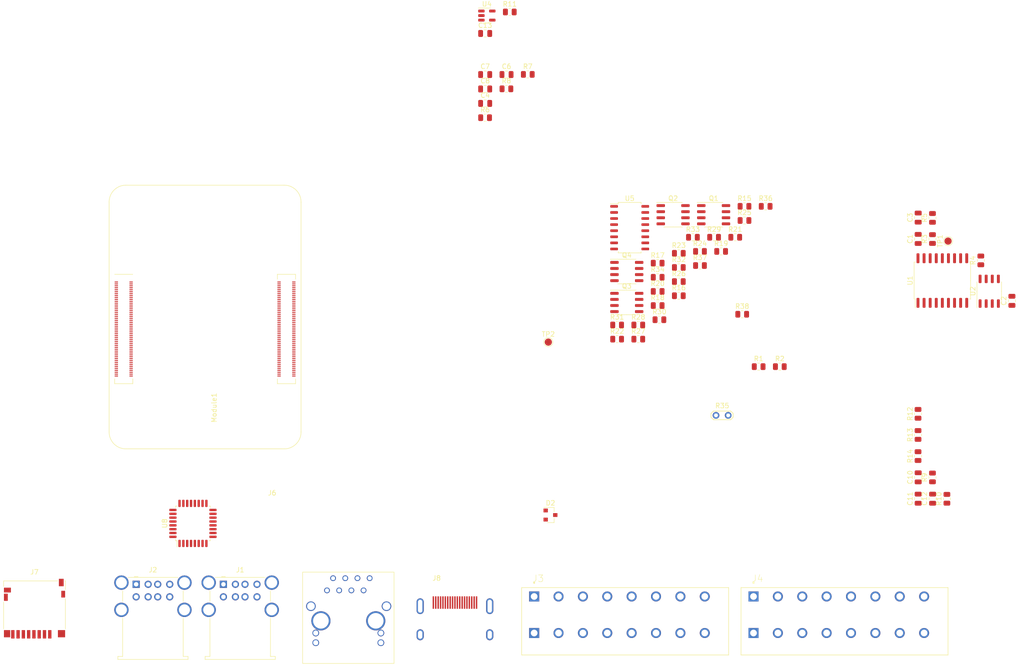
<source format=kicad_pcb>
(kicad_pcb (version 20201116) (generator pcbnew)
  (layers (0 "F.Cu" signal) (31 "B.Cu" signal) (34 "B.Paste" user) (35 "F.Paste" user) (36 "B.SilkS" user "B.Silkscreen") (37 "F.SilkS" user "F.Silkscreen") (38 "B.Mask" user) (39 "F.Mask" user) (44 "Edge.Cuts" user))
  (net 0 "")
  (net 1 "GND")
  (net 2 "/CAN Peripherals/OSC1")
  (net 3 "/CAN Peripherals/OSC2")
  (net 4 "/Power/feedback")
  (net 5 "+5V")
  (net 6 "Net-(C8-Pad2)")
  (net 7 "Net-(C8-Pad1)")
  (net 8 "Net-(C6-Pad1)")
  (net 9 "Net-(C7-Pad1)")
  (net 10 "/CAN Peripherals/~reset")
  (net 11 "+3V3")
  (net 12 "/ComputeModule_A/CT")
  (net 13 "/ComputeModule_A/SD.POWER")
  (net 14 "/RealTimeClock/RTC_power")
  (net 15 "Net-(BT1-Pad1)")
  (net 16 "/ComputeModule_B/HDMI_{SCL}")
  (net 17 "/ComputeModule_B/HDMI_{SDA}")
  (net 18 "Net-(Module1-Pad196)")
  (net 19 "no_connect_250")
  (net 20 "Net-(Module1-Pad194)")
  (net 21 "no_connect_249")
  (net 22 "/ComputeModule_B/HDMI_{clk}-")
  (net 23 "no_connect_247")
  (net 24 "/ComputeModule_B/HDMI_{clk}+")
  (net 25 "no_connect_246")
  (net 26 "/ComputeModule_B/HDMI_{0}-")
  (net 27 "no_connect_245")
  (net 28 "/ComputeModule_B/HDMI_{0}+")
  (net 29 "no_connect_244")
  (net 30 "/ComputeModule_B/HDMI_{1}-")
  (net 31 "no_connect_243")
  (net 32 "/ComputeModule_B/HDMI_{1}+")
  (net 33 "no_connect_242")
  (net 34 "/ComputeModule_B/HDMI_{2}-")
  (net 35 "no_connect_241")
  (net 36 "/ComputeModule_B/HDMI_{2}+")
  (net 37 "no_connect_240")
  (net 38 "no_connect_239")
  (net 39 "no_connect_238")
  (net 40 "no_connect_237")
  (net 41 "no_connect_236")
  (net 42 "no_connect_235")
  (net 43 "no_connect_234")
  (net 44 "no_connect_233")
  (net 45 "no_connect_232")
  (net 46 "no_connect_231")
  (net 47 "/ComputeModule_B/HDMI_{hotplug}")
  (net 48 "no_connect_230")
  (net 49 "/ComputeModule_B/HDMI_{CEC}")
  (net 50 "no_connect_229")
  (net 51 "no_connect_228")
  (net 52 "no_connect_227")
  (net 53 "no_connect_226")
  (net 54 "no_connect_225")
  (net 55 "no_connect_224")
  (net 56 "no_connect_223")
  (net 57 "no_connect_222")
  (net 58 "no_connect_221")
  (net 59 "no_connect_220")
  (net 60 "no_connect_219")
  (net 61 "no_connect_218")
  (net 62 "no_connect_217")
  (net 63 "no_connect_216")
  (net 64 "no_connect_215")
  (net 65 "no_connect_214")
  (net 66 "no_connect_213")
  (net 67 "no_connect_212")
  (net 68 "no_connect_211")
  (net 69 "no_connect_210")
  (net 70 "no_connect_209")
  (net 71 "no_connect_208")
  (net 72 "no_connect_206")
  (net 73 "no_connect_205")
  (net 74 "no_connect_204")
  (net 75 "no_connect_203")
  (net 76 "no_connect_202")
  (net 77 "no_connect_201")
  (net 78 "no_connect_200")
  (net 79 "no_connect_199")
  (net 80 "no_connect_198")
  (net 81 "/ComputeModule_B/USB_{D+}")
  (net 82 "no_connect_197")
  (net 83 "/ComputeModule_B/USB_{D-}")
  (net 84 "Net-(J1-Pad2)")
  (net 85 "Net-(Module1-Pad101)")
  (net 86 "Net-(Module1-Pad100)")
  (net 87 "Net-(Module1-Pad99)")
  (net 88 "Net-(Module1-Pad98)")
  (net 89 "Net-(Module1-Pad97)")
  (net 90 "Net-(Module1-Pad96)")
  (net 91 "Net-(Module1-Pad95)")
  (net 92 "Net-(Module1-Pad94)")
  (net 93 "Net-(Module1-Pad93)")
  (net 94 "Net-(Module1-Pad92)")
  (net 95 "Net-(Module1-Pad91)")
  (net 96 "Net-(Module1-Pad90)")
  (net 97 "Net-(Module1-Pad89)")
  (net 98 "Net-(Module1-Pad88)")
  (net 99 "/SDA")
  (net 100 "/SCL")
  (net 101 "/ComputeModule_A/SD.DET")
  (net 102 "/ComputeModule_A/SD.EN")
  (net 103 "Net-(Module1-Pad74)")
  (net 104 "Net-(Module1-Pad73)")
  (net 105 "Net-(Module1-Pad72)")
  (net 106 "Net-(Module1-Pad70)")
  (net 107 "/ComputeModule_A/SD.DAT2")
  (net 108 "Net-(Module1-Pad68)")
  (net 109 "/ComputeModule_A/SD.DAT1")
  (net 110 "Net-(Module1-Pad66)")
  (net 111 "Net-(Module1-Pad64)")
  (net 112 "/ComputeModule_A/SD.DAT0")
  (net 113 "/ComputeModule_A/SD.CMD")
  (net 114 "/ComputeModule_A/SD.DAT3")
  (net 115 "Net-(Module1-Pad60)")
  (net 116 "Net-(Module1-Pad58)")
  (net 117 "/ComputeModule_A/SD.CLK")
  (net 118 "Net-(Module1-Pad56)")
  (net 119 "Net-(Module1-Pad55)")
  (net 120 "Net-(Module1-Pad54)")
  (net 121 "Net-(Module1-Pad52)")
  (net 122 "Net-(Module1-Pad51)")
  (net 123 "Net-(Module1-Pad50)")
  (net 124 "/~INT_{CAN}")
  (net 125 "Net-(Module1-Pad48)")
  (net 126 "/SPI.~CS_{CAN}")
  (net 127 "Net-(Module1-Pad46)")
  (net 128 "/SPI.MISO")
  (net 129 "Net-(Module1-Pad44)")
  (net 130 "Net-(Module1-Pad42)")
  (net 131 "/SPI.MOSI")
  (net 132 "Net-(Module1-Pad40)")
  (net 133 "/SPI.CLK")
  (net 134 "Net-(Module1-Pad38)")
  (net 135 "/GPIO_{DATA}")
  (net 136 "Net-(Module1-Pad36)")
  (net 137 "Net-(Module1-Pad35)")
  (net 138 "Net-(Module1-Pad34)")
  (net 139 "Net-(Module1-Pad32)")
  (net 140 "/GPIO_{sCLK}")
  (net 141 "Net-(Module1-Pad30)")
  (net 142 "/GPIO_{rCLK}")
  (net 143 "Net-(Module1-Pad28)")
  (net 144 "/~GPIO_{RS}")
  (net 145 "Net-(Module1-Pad26)")
  (net 146 "/~GPIO_{OE}")
  (net 147 "Net-(Module1-Pad24)")
  (net 148 "Net-(Module1-Pad22)")
  (net 149 "Net-(Module1-Pad21)")
  (net 150 "Net-(Module1-Pad20)")
  (net 151 "no_connect_248")
  (net 152 "Net-(Module1-Pad18)")
  (net 153 "/ComputeModule_A/Eth_YLED")
  (net 154 "Net-(Module1-Pad16)")
  (net 155 "/ComputeModule_A/Eth_GLED")
  (net 156 "Net-(Module1-Pad14)")
  (net 157 "no_connect_207")
  (net 158 "/ComputeModule_A/Eth_Rx_{-}")
  (net 159 "Net-(J8-Pad14)")
  (net 160 "/ComputeModule_A/Eth_Rx_{+}")
  (net 161 "Net-(Module1-Pad8)")
  (net 162 "/ComputeModule_A/Eth_Tx_{-}")
  (net 163 "no_connect_252")
  (net 164 "/ComputeModule_A/Eth_Tx_{+}")
  (net 165 "no_connect_251")
  (net 166 "Net-(Module1-Pad2)")
  (net 167 "/OUT_{2}")
  (net 168 "/OUT_{1}")
  (net 169 "/GPIO/OUT_CTL_{2}")
  (net 170 "+12V")
  (net 171 "/GPIO/OUT_CTL_{1}")
  (net 172 "/OUT_{4}")
  (net 173 "/OUT_{3}")
  (net 174 "/GPIO/OUT_CTL_{4}")
  (net 175 "/GPIO/OUT_CTL_{3}")
  (net 176 "/OUT_{6}")
  (net 177 "/OUT_{5}")
  (net 178 "/GPIO/OUT_CTL_{6}")
  (net 179 "/GPIO/OUT_CTL_{5}")
  (net 180 "/OUT_{8}")
  (net 181 "/OUT_{7}")
  (net 182 "/GPIO/OUT_CTL_{8}")
  (net 183 "/GPIO/OUT_CTL_{7}")
  (net 184 "/Power/comp")
  (net 185 "/ComputeModule_A/SD_Detect_{A}")
  (net 186 "/ComputeModule_A/SD_Detect_{B}")
  (net 187 "/GPIO/I_{1}")
  (net 188 "/Input_{1}")
  (net 189 "/GPIO/I_{2}")
  (net 190 "/Input_{2}")
  (net 191 "/GPIO/I_{3}")
  (net 192 "/Input_{3}")
  (net 193 "/GPIO/I_{4}")
  (net 194 "/Input_{4}")
  (net 195 "/GPIO/I_{5}")
  (net 196 "/Input_{5}")
  (net 197 "/GPIO/I_{6}")
  (net 198 "/Input_{6}")
  (net 199 "/GPIO/I_{7}")
  (net 200 "/Input_{7}")
  (net 201 "/GPIO/I_{8}")
  (net 202 "/Input_{8}")
  (net 203 "Net-(JP2-Pad1)")
  (net 204 "/CAN_{L}")
  (net 205 "/CAN Peripherals/slew_control")
  (net 206 "Net-(J6-Pad12)")
  (net 207 "Net-(J6-Pad14)")
  (net 208 "Net-(D1-Pad2)")
  (net 209 "no_connect_254")
  (net 210 "no_connect_253")
  (net 211 "no_connect_258")
  (net 212 "no_connect_257")
  (net 213 "no_connect_256")
  (net 214 "no_connect_255")
  (net 215 "/CAN Peripherals/CAN_{Rx}")
  (net 216 "/CAN Peripherals/CAN_{Tx}")
  (net 217 "/CAN_{H}")
  (net 218 "no_connect_259")
  (net 219 "no_connect_260")
  (net 220 "no_connect_261")
  (net 221 "no_connect_262")
  (net 222 "Net-(U8-Pad32)")
  (net 223 "Net-(U8-Pad31)")
  (net 224 "Net-(U8-Pad30)")
  (net 225 "Net-(U8-Pad29)")
  (net 226 "Net-(U8-Pad28)")
  (net 227 "Net-(U8-Pad27)")
  (net 228 "/D_{4}+")
  (net 229 "Net-(U8-Pad26)")
  (net 230 "Net-(U8-Pad25)")
  (net 231 "/D_{3}+")
  (net 232 "Net-(U8-Pad22)")
  (net 233 "Net-(U8-Pad21)")
  (net 234 "/D_{2}+")
  (net 235 "Net-(U8-Pad18)")
  (net 236 "Net-(U8-Pad17)")
  (net 237 "/D_{1}+")
  (net 238 "Net-(U8-Pad14)")
  (net 239 "Net-(U8-Pad13)")
  (net 240 "Net-(U8-Pad10)")
  (net 241 "Net-(U8-Pad9)")
  (net 242 "Net-(U8-Pad8)")
  (net 243 "Net-(U8-Pad7)")
  (net 244 "Net-(U8-Pad6)")
  (net 245 "Net-(U8-Pad5)")
  (net 246 "/ComputeModule_A/switch_fault")
  (net 247 "Net-(U8-Pad4)")
  (net 248 "Net-(U8-Pad3)")
  (net 249 "no_connect_196")
  (net 250 "no_connect_194")
  (net 251 "/ComputeModule_A/SD.Detect_{A}")
  (net 252 "/ComputeModule_A/SD.power")
  (net 253 "/ComputeModule_A/SD.Detect_{B}")
  (footprint "Capacitor_SMD:C_0805_2012Metric" (layer "F.Cu") (at 209.58 100.88 90)
    (fp_text reference "C10" (at 0 -1.68 90) (layer "F.SilkS"))
    (fp_text value "C")
    (pad "1" smd roundrect (at -0.95 0 90) (size 1 1.45) (layers "F.Cu" "F.Paste" "F.Mask") (net 11 "+3V3"))
    (pad "2" smd roundrect (at 0.95 0 90) (size 1 1.45) (layers "F.Cu" "F.Paste" "F.Mask") (net 1 "GND"))
  )
  (footprint "Package_TO_SOT_SMD:SOT-23" (layer "F.Cu") (at 132.94 108.74)
    (fp_text reference "D2" (at 0 -2.5) (layer "F.SilkS"))
    (fp_text value "BAT54C-7-F")
    (pad "1" smd rect (at -1 -0.95) (size 0.9 0.8) (layers "F.Cu" "F.Paste" "F.Mask") (net 11 "+3V3"))
    (pad "2" smd rect (at -1 0.95) (size 0.9 0.8) (layers "F.Cu" "F.Paste" "F.Mask") (net 15 "Net-(BT1-Pad1)"))
    (pad "3" smd rect (at 1 0) (size 0.9 0.8) (layers "F.Cu" "F.Paste" "F.Mask") (net 14 "/RealTimeClock/RTC_power"))
  )
  (footprint "Capacitor_SMD:C_0805_2012Metric" (layer "F.Cu") (at 119.33 19.87)
    (fp_text reference "C8" (at 0 -1.68) (layer "F.SilkS"))
    (fp_text value "C")
    (pad "1" smd roundrect (at -0.95 0) (size 1 1.45) (layers "F.Cu" "F.Paste" "F.Mask") (net 7 "Net-(C8-Pad1)"))
    (pad "2" smd roundrect (at 0.95 0) (size 1 1.45) (layers "F.Cu" "F.Paste" "F.Mask") (net 6 "Net-(C8-Pad2)"))
  )
  (footprint "Resistor_SMD:R_0805_2012Metric" (layer "F.Cu") (at 212.56 100.9 90)
    (fp_text reference "R9" (at 0 -1.65 90) (layer "F.SilkS"))
    (fp_text value "R")
    (pad "1" smd roundrect (at -0.9125 0 90) (size 1.025 1.4) (layers "F.Cu" "F.Paste" "F.Mask") (roundrect_rratio 0.243902) (net 11 "+3V3"))
    (pad "2" smd roundrect (at 0.9125 0 90) (size 1.025 1.4) (layers "F.Cu" "F.Paste" "F.Mask") (roundrect_rratio 0.243902) (net 185 "/ComputeModule_A/SD_Detect_{A}"))
  )
  (footprint "Connector_Card:microSD_HC_Hirose_DM3D-SF" (layer "F.Cu") (at 25.4 128.27)
    (fp_text reference "J7" (at -0.025 -7.625) (layer "F.SilkS"))
    (fp_text value "Micro_SD_Card_Det")
    (pad "1" smd rect (at 3.175 5.35) (size 0.7 1.75) (layers "F.Cu" "F.Paste" "F.Mask") (net 107 "/ComputeModule_A/SD.DAT2"))
    (pad "2" smd rect (at 2.075 5.35) (size 0.7 1.75) (layers "F.Cu" "F.Paste" "F.Mask") (net 114 "/ComputeModule_A/SD.DAT3"))
    (pad "3" smd rect (at 0.975 5.35) (size 0.7 1.75) (layers "F.Cu" "F.Paste" "F.Mask") (net 113 "/ComputeModule_A/SD.CMD"))
    (pad "4" smd rect (at -0.125 5.35) (size 0.7 1.75) (layers "F.Cu" "F.Paste" "F.Mask") (net 252 "/ComputeModule_A/SD.power"))
    (pad "5" smd rect (at -1.225 5.35) (size 0.7 1.75) (layers "F.Cu" "F.Paste" "F.Mask") (net 117 "/ComputeModule_A/SD.CLK"))
    (pad "6" smd rect (at -2.325 5.35) (size 0.7 1.75) (layers "F.Cu" "F.Paste" "F.Mask") (net 1 "GND"))
    (pad "7" smd rect (at -3.425 5.35) (size 0.7 1.75) (layers "F.Cu" "F.Paste" "F.Mask") (net 112 "/ComputeModule_A/SD.DAT0"))
    (pad "8" smd rect (at -4.525 5.35) (size 0.7 1.75) (layers "F.Cu" "F.Paste" "F.Mask") (net 109 "/ComputeModule_A/SD.DAT1"))
    (pad "9" smd rect (at -5.65 -3.875) (size 1.45 1) (layers "F.Cu" "F.Paste" "F.Mask") (net 253 "/ComputeModule_A/SD.Detect_{B}"))
    (pad "10" smd rect (at 5.575 -5.45) (size 1 1.55) (layers "F.Cu" "F.Paste" "F.Mask") (net 251 "/ComputeModule_A/SD.Detect_{A}"))
    (pad "11" smd rect (at 5.625 5.225) (size 1.5 1.5) (layers "F.Cu" "F.Paste" "F.Mask") (net 1 "GND"))
    (pad "11" smd rect (at -5.725 5.225) (size 1.3 1.5) (layers "F.Cu" "F.Paste" "F.Mask") (net 1 "GND"))
    (pad "11" smd rect (at 5.975 -3.025) (size 0.8 1.4) (layers "F.Cu" "F.Paste" "F.Mask") (net 1 "GND"))
    (pad "11" smd rect (at -5.975 -2.375) (size 0.8 1.5) (layers "F.Cu" "F.Paste" "F.Mask") (net 1 "GND"))
  )
  (footprint "Resistor_SMD:R_0805_2012Metric" (layer "F.Cu") (at 209.55 96.45 90)
    (fp_text reference "R14" (at 0 -1.65 90) (layer "F.SilkS"))
    (fp_text value "R")
    (pad "1" smd roundrect (at -0.9125 0 90) (size 1.025 1.4) (layers "F.Cu" "F.Paste" "F.Mask") (roundrect_rratio 0.243902) (net 11 "+3V3"))
    (pad "2" smd roundrect (at 0.9125 0 90) (size 1.025 1.4) (layers "F.Cu" "F.Paste" "F.Mask") (roundrect_rratio 0.243902) (net 208 "Net-(D1-Pad2)"))
  )
  (footprint "Resistor_SMD:R_0805_2012Metric" (layer "F.Cu") (at 177.79 44.35)
    (fp_text reference "R36" (at 0 -1.65) (layer "F.SilkS"))
    (fp_text value "R")
    (pad "1" smd roundrect (at -0.9125 0) (size 1.025 1.4) (layers "F.Cu" "F.Paste" "F.Mask") (roundrect_rratio 0.243902) (net 170 "+12V"))
    (pad "2" smd roundrect (at 0.9125 0) (size 1.025 1.4) (layers "F.Cu" "F.Paste" "F.Mask") (roundrect_rratio 0.243902) (net 178 "/GPIO/OUT_CTL_{6}"))
  )
  (footprint "Capacitor_SMD:C_0805_2012Metric" (layer "F.Cu") (at 119.33 16.86)
    (fp_text reference "C7" (at 0 -1.68) (layer "F.SilkS"))
    (fp_text value "C")
    (pad "1" smd roundrect (at -0.95 0) (size 1 1.45) (layers "F.Cu" "F.Paste" "F.Mask") (net 9 "Net-(C7-Pad1)"))
    (pad "2" smd roundrect (at 0.95 0) (size 1 1.45) (layers "F.Cu" "F.Paste" "F.Mask") (net 1 "GND"))
  )
  (footprint "Resistor_SMD:R_0805_2012Metric" (layer "F.Cu") (at 164.1 56.7)
    (fp_text reference "R37" (at 0 -1.65) (layer "F.SilkS"))
    (fp_text value "R")
    (pad "1" smd roundrect (at -0.9125 0) (size 1.025 1.4) (layers "F.Cu" "F.Paste" "F.Mask") (roundrect_rratio 0.243902) (net 170 "+12V"))
    (pad "2" smd roundrect (at 0.9125 0) (size 1.025 1.4) (layers "F.Cu" "F.Paste" "F.Mask") (roundrect_rratio 0.243902) (net 183 "/GPIO/OUT_CTL_{7}"))
  )
  (footprint "Resistor_SMD:R_0805_2012Metric" (layer "F.Cu") (at 123.76 19.84)
    (fp_text reference "R8" (at 0 -1.65) (layer "F.SilkS"))
    (fp_text value "R")
    (pad "1" smd roundrect (at -0.9125 0) (size 1.025 1.4) (layers "F.Cu" "F.Paste" "F.Mask") (roundrect_rratio 0.243902) (net 184 "/Power/comp"))
    (pad "2" smd roundrect (at 0.9125 0) (size 1.025 1.4) (layers "F.Cu" "F.Paste" "F.Mask") (roundrect_rratio 0.243902) (net 8 "Net-(C6-Pad1)"))
  )
  (footprint "Capacitor_SMD:C_0805_2012Metric" (layer "F.Cu") (at 209.58 51.15 90)
    (fp_text reference "C1" (at 0 -1.68 90) (layer "F.SilkS"))
    (fp_text value "C")
    (pad "1" smd roundrect (at -0.95 0 90) (size 1 1.45) (layers "F.Cu" "F.Paste" "F.Mask") (net 2 "/CAN Peripherals/OSC1"))
    (pad "2" smd roundrect (at 0.95 0 90) (size 1 1.45) (layers "F.Cu" "F.Paste" "F.Mask") (net 1 "GND"))
  )
  (footprint "Resistor_SMD:R_0805_2012Metric" (layer "F.Cu") (at 212.56 51.17 90)
    (fp_text reference "R3" (at 0 -1.65 90) (layer "F.SilkS"))
    (fp_text value "R")
    (pad "1" smd roundrect (at -0.9125 0 90) (size 1.025 1.4) (layers "F.Cu" "F.Paste" "F.Mask") (roundrect_rratio 0.243902) (net 10 "/CAN Peripherals/~reset"))
    (pad "2" smd roundrect (at 0.9125 0 90) (size 1.025 1.4) (layers "F.Cu" "F.Paste" "F.Mask") (roundrect_rratio 0.243902) (net 11 "+3V3"))
  )
  (footprint "Resistor_SMD:R_0805_2012Metric" (layer "F.Cu") (at 155.28 59.15)
    (fp_text reference "R34" (at 0 -1.65) (layer "F.SilkS"))
    (fp_text value "R")
    (pad "1" smd roundrect (at -0.9125 0) (size 1.025 1.4) (layers "F.Cu" "F.Paste" "F.Mask") (roundrect_rratio 0.243902) (net 170 "+12V"))
    (pad "2" smd roundrect (at 0.9125 0) (size 1.025 1.4) (layers "F.Cu" "F.Paste" "F.Mask") (roundrect_rratio 0.243902) (net 174 "/GPIO/OUT_CTL_{4}"))
  )
  (footprint "Capacitor_SMD:C_0805_2012Metric" (layer "F.Cu") (at 209.58 46.7 90)
    (fp_text reference "C3" (at 0 -1.68 90) (layer "F.SilkS"))
    (fp_text value "C")
    (pad "1" smd roundrect (at -0.95 0 90) (size 1 1.45) (layers "F.Cu" "F.Paste" "F.Mask") (net 10 "/CAN Peripherals/~reset"))
    (pad "2" smd roundrect (at 0.95 0 90) (size 1 1.45) (layers "F.Cu" "F.Paste" "F.Mask") (net 1 "GND"))
  )
  (footprint "Package_SO:SO-8_3.9x4.9mm_P1.27mm" (layer "F.Cu") (at 148.85 64.4)
    (fp_text reference "Q3" (at 0 -3.4) (layer "F.SilkS"))
    (fp_text value "AUIRF7316QTR")
    (pad "1" smd roundrect (at -2.575 -1.905) (size 1.75 0.6) (layers "F.Cu" "F.Paste" "F.Mask") (net 170 "+12V"))
    (pad "2" smd roundrect (at -2.575 -0.635) (size 1.75 0.6) (layers "F.Cu" "F.Paste" "F.Mask") (net 179 "/GPIO/OUT_CTL_{5}"))
    (pad "3" smd roundrect (at -2.575 0.635) (size 1.75 0.6) (layers "F.Cu" "F.Paste" "F.Mask") (net 170 "+12V"))
    (pad "4" smd roundrect (at -2.575 1.905) (size 1.75 0.6) (layers "F.Cu" "F.Paste" "F.Mask") (net 178 "/GPIO/OUT_CTL_{6}"))
    (pad "5" smd roundrect (at 2.575 1.905) (size 1.75 0.6) (layers "F.Cu" "F.Paste" "F.Mask") (net 176 "/OUT_{6}"))
    (pad "6" smd roundrect (at 2.575 0.635) (size 1.75 0.6) (layers "F.Cu" "F.Paste" "F.Mask") (net 177 "/OUT_{5}"))
    (pad "7" smd roundrect (at 2.575 -0.635) (size 1.75 0.6) (layers "F.Cu" "F.Paste" "F.Mask") (net 177 "/OUT_{5}"))
    (pad "8" smd roundrect (at 2.575 -1.905) (size 1.75 0.6) (layers "F.Cu" "F.Paste" "F.Mask") (net 176 "/OUT_{6}"))
  )
  (footprint "Resistor_SMD:R_0805_2012Metric" (layer "F.Cu") (at 159.69 60.05)
    (fp_text reference "R26" (at 0 -1.65) (layer "F.SilkS"))
    (fp_text value "R")
    (pad "1" smd roundrect (at -0.9125 0) (size 1.025 1.4) (layers "F.Cu" "F.Paste" "F.Mask") (roundrect_rratio 0.243902) (net 197 "/GPIO/I_{6}"))
    (pad "2" smd roundrect (at 0.9125 0) (size 1.025 1.4) (layers "F.Cu" "F.Paste" "F.Mask") (roundrect_rratio 0.243902) (net 1 "GND"))
  )
  (footprint "footprints:CUI_TBL004-508-08BE-2BE" (layer "F.Cu") (at 175.26 125.73)
    (fp_text reference "J4" (at 0.845 -3.739) (layer "F.SilkS") (effects (font (size 1.4 1.4) (thickness 0.1))))
    (fp_text value "PushConnector_8pos")
    (pad "1_A" thru_hole rect (at 0 0) (size 2.1 2.1) (drill 1.4) (layers *.Cu *.Mask))
    (pad "1_B" thru_hole rect (at 0 7.62) (size 2.1 2.1) (drill 1.4) (layers *.Cu *.Mask))
    (pad "2_A" thru_hole circle (at 5.08 0) (size 2.1 2.1) (drill 1.4) (layers *.Cu *.Mask))
    (pad "2_B" thru_hole circle (at 5.08 7.62) (size 2.1 2.1) (drill 1.4) (layers *.Cu *.Mask))
    (pad "3_A" thru_hole circle (at 10.16 0) (size 2.1 2.1) (drill 1.4) (layers *.Cu *.Mask))
    (pad "3_B" thru_hole circle (at 10.16 7.62) (size 2.1 2.1) (drill 1.4) (layers *.Cu *.Mask))
    (pad "4_A" thru_hole circle (at 15.24 0) (size 2.1 2.1) (drill 1.4) (layers *.Cu *.Mask))
    (pad "4_B" thru_hole circle (at 15.24 7.62) (size 2.1 2.1) (drill 1.4) (layers *.Cu *.Mask))
    (pad "5_A" thru_hole circle (at 20.32 0) (size 2.1 2.1) (drill 1.4) (layers *.Cu *.Mask))
    (pad "5_B" thru_hole circle (at 20.32 7.62) (size 2.1 2.1) (drill 1.4) (layers *.Cu *.Mask))
    (pad "6_A" thru_hole circle (at 25.4 0) (size 2.1 2.1) (drill 1.4) (layers *.Cu *.Mask))
    (pad "6_B" thru_hole circle (at 25.4 7.62) (size 2.1 2.1) (drill 1.4) (layers *.Cu *.Mask))
    (pad "7_A" thru_hole circle (at 30.48 0) (size 2.1 2.1) (drill 1.4) (layers *.Cu *.Mask))
    (pad "7_B" thru_hole circle (at 30.48 7.62) (size 2.1 2.1) (drill 1.4) (layers *.Cu *.Mask))
    (pad "8_A" thru_hole circle (at 35.56 0) (size 2.1 2.1) (drill 1.4) (layers *.Cu *.Mask))
    (pad "8_B" thru_hole circle (at 35.56 7.62) (size 2.1 2.1) (drill 1.4) (layers *.Cu *.Mask))
  )
  (footprint "Resistor_SMD:R_0805_2012Metric" (layer "F.Cu") (at 159.69 57.1)
    (fp_text reference "R32" (at 0 -1.65) (layer "F.SilkS"))
    (fp_text value "R")
    (pad "1" smd roundrect (at -0.9125 0) (size 1.025 1.4) (layers "F.Cu" "F.Paste" "F.Mask") (roundrect_rratio 0.243902) (net 170 "+12V"))
    (pad "2" smd roundrect (at 0.9125 0) (size 1.025 1.4) (layers "F.Cu" "F.Paste" "F.Mask") (roundrect_rratio 0.243902) (net 169 "/GPIO/OUT_CTL_{2}"))
  )
  (footprint "Resistor_SMD:R_0805_2012Metric" (layer "F.Cu") (at 159.69 63)
    (fp_text reference "R16" (at 0 -1.65) (layer "F.SilkS"))
    (fp_text value "R")
    (pad "1" smd roundrect (at -0.9125 0) (size 1.025 1.4) (layers "F.Cu" "F.Paste" "F.Mask") (roundrect_rratio 0.243902) (net 187 "/GPIO/I_{1}"))
    (pad "2" smd roundrect (at 0.9125 0) (size 1.025 1.4) (layers "F.Cu" "F.Paste" "F.Mask") (roundrect_rratio 0.243902) (net 1 "GND"))
  )
  (footprint "Package_SO:SO-8_3.9x4.9mm_P1.27mm" (layer "F.Cu") (at 158.5 46.1)
    (fp_text reference "Q2" (at 0 -3.4) (layer "F.SilkS"))
    (fp_text value "AUIRF7316QTR")
    (pad "1" smd roundrect (at -2.575 -1.905) (size 1.75 0.6) (layers "F.Cu" "F.Paste" "F.Mask") (net 170 "+12V"))
    (pad "2" smd roundrect (at -2.575 -0.635) (size 1.75 0.6) (layers "F.Cu" "F.Paste" "F.Mask") (net 175 "/GPIO/OUT_CTL_{3}"))
    (pad "3" smd roundrect (at -2.575 0.635) (size 1.75 0.6) (layers "F.Cu" "F.Paste" "F.Mask") (net 170 "+12V"))
    (pad "4" smd roundrect (at -2.575 1.905) (size 1.75 0.6) (layers "F.Cu" "F.Paste" "F.Mask") (net 174 "/GPIO/OUT_CTL_{4}"))
    (pad "5" smd roundrect (at 2.575 1.905) (size 1.75 0.6) (layers "F.Cu" "F.Paste" "F.Mask") (net 172 "/OUT_{4}"))
    (pad "6" smd roundrect (at 2.575 0.635) (size 1.75 0.6) (layers "F.Cu" "F.Paste" "F.Mask") (net 173 "/OUT_{3}"))
    (pad "7" smd roundrect (at 2.575 -0.635) (size 1.75 0.6) (layers "F.Cu" "F.Paste" "F.Mask") (net 173 "/OUT_{3}"))
    (pad "8" smd roundrect (at 2.575 -1.905) (size 1.75 0.6) (layers "F.Cu" "F.Paste" "F.Mask") (net 172 "/OUT_{4}"))
  )
  (footprint "Resistor_SMD:R_0805_2012Metric" (layer "F.Cu") (at 168.51 53.75)
    (fp_text reference "R19" (at 0 -1.65) (layer "F.SilkS"))
    (fp_text value "R")
    (pad "1" smd roundrect (at -0.9125 0) (size 1.025 1.4) (layers "F.Cu" "F.Paste" "F.Mask") (roundrect_rratio 0.243902) (net 192 "/Input_{3}"))
    (pad "2" smd roundrect (at 0.9125 0) (size 1.025 1.4) (layers "F.Cu" "F.Paste" "F.Mask") (roundrect_rratio 0.243902) (net 191 "/GPIO/I_{3}"))
  )
  (footprint "Resistor_SMD:R_0805_2012Metric" (layer "F.Cu") (at 155.28 56.2)
    (fp_text reference "R17" (at 0 -1.65) (layer "F.SilkS"))
    (fp_text value "R")
    (pad "1" smd roundrect (at -0.9125 0) (size 1.025 1.4) (layers "F.Cu" "F.Paste" "F.Mask") (roundrect_rratio 0.243902) (net 190 "/Input_{2}"))
    (pad "2" smd roundrect (at 0.9125 0) (size 1.025 1.4) (layers "F.Cu" "F.Paste" "F.Mask") (roundrect_rratio 0.243902) (net 189 "/GPIO/I_{2}"))
  )
  (footprint "Resistor_SMD:R_0805_2012Metric" (layer "F.Cu") (at 173.38 47.3)
    (fp_text reference "R25" (at 0 -1.65) (layer "F.SilkS"))
    (fp_text value "R")
    (pad "1" smd roundrect (at -0.9125 0) (size 1.025 1.4) (layers "F.Cu" "F.Paste" "F.Mask") (roundrect_rratio 0.243902) (net 198 "/Input_{6}"))
    (pad "2" smd roundrect (at 0.9125 0) (size 1.025 1.4) (layers "F.Cu" "F.Paste" "F.Mask") (roundrect_rratio 0.243902) (net 197 "/GPIO/I_{6}"))
  )
  (footprint "Resistor_SMD:R_0805_2012Metric" (layer "F.Cu") (at 167.04 50.8)
    (fp_text reference "R29" (at 0 -1.65) (layer "F.SilkS"))
    (fp_text value "R")
    (pad "1" smd roundrect (at -0.9125 0) (size 1.025 1.4) (layers "F.Cu" "F.Paste" "F.Mask") (roundrect_rratio 0.243902) (net 202 "/Input_{8}"))
    (pad "2" smd roundrect (at 0.9125 0) (size 1.025 1.4) (layers "F.Cu" "F.Paste" "F.Mask") (roundrect_rratio 0.243902) (net 201 "/GPIO/I_{8}"))
  )
  (footprint "Resistor_SMD:R_0805_2012Metric" (layer "F.Cu") (at 155.28 65.05)
    (fp_text reference "R18" (at 0 -1.65) (layer "F.SilkS"))
    (fp_text value "R")
    (pad "1" smd roundrect (at -0.9125 0) (size 1.025 1.4) (layers "F.Cu" "F.Paste" "F.Mask") (roundrect_rratio 0.243902) (net 189 "/GPIO/I_{2}"))
    (pad "2" smd roundrect (at 0.9125 0) (size 1.025 1.4) (layers "F.Cu" "F.Paste" "F.Mask") (roundrect_rratio 0.243902) (net 1 "GND"))
  )
  (footprint "Resistor_SMD:R_0805_2012Metric" (layer "F.Cu") (at 146.83 72.05)
    (fp_text reference "R22" (at 0 -1.65) (layer "F.SilkS"))
    (fp_text value "R")
    (pad "1" smd roundrect (at -0.9125 0) (size 1.025 1.4) (layers "F.Cu" "F.Paste" "F.Mask") (roundrect_rratio 0.243902) (net 193 "/GPIO/I_{4}"))
    (pad "2" smd roundrect (at 0.9125 0) (size 1.025 1.4) (layers "F.Cu" "F.Paste" "F.Mask") (roundrect_rratio 0.243902) (net 1 "GND"))
  )
  (footprint "Capacitor_SMD:C_0805_2012Metric" (layer "F.Cu") (at 209.58 105.33 90)
    (fp_text reference "C11" (at 0 -1.68 90) (layer "F.SilkS"))
    (fp_text value "C")
    (pad "1" smd roundrect (at -0.95 0 90) (size 1 1.45) (layers "F.Cu" "F.Paste" "F.Mask") (net 13 "/ComputeModule_A/SD.POWER"))
    (pad "2" smd roundrect (at 0.95 0 90) (size 1 1.45) (layers "F.Cu" "F.Paste" "F.Mask") (net 1 "GND"))
  )
  (footprint "Resistor_SMD:R_0805_2012Metric" (layer "F.Cu") (at 124.46 3.81)
    (fp_text reference "R11" (at 0 -1.65) (layer "F.SilkS"))
    (fp_text value "R")
    (pad "1" smd roundrect (at -0.9125 0) (size 1.025 1.4) (layers "F.Cu" "F.Paste" "F.Mask") (roundrect_rratio 0.243902) (net 153 "/ComputeModule_A/Eth_YLED"))
    (pad "2" smd roundrect (at 0.9125 0) (size 1.025 1.4) (layers "F.Cu" "F.Paste" "F.Mask") (roundrect_rratio 0.243902) (net 206 "Net-(J6-Pad12)"))
  )
  (footprint "Resistor_SMD:R_0805_2012Metric" (layer "F.Cu") (at 119.31 25.86)
    (fp_text reference "R6" (at 0 -1.65) (layer "F.SilkS"))
    (fp_text value "R")
    (pad "1" smd roundrect (at -0.9125 0) (size 1.025 1.4) (layers "F.Cu" "F.Paste" "F.Mask") (roundrect_rratio 0.243902) (net 5 "+5V"))
    (pad "2" smd roundrect (at 0.9125 0) (size 1.025 1.4) (layers "F.Cu" "F.Paste" "F.Mask") (roundrect_rratio 0.243902) (net 4 "/Power/feedback"))
  )
  (footprint "Package_SO:SOIC-18W_7.5x11.6mm_P1.27mm" (layer "F.Cu") (at 214.62 59.83 90)
    (fp_text reference "U1" (at 0 -6.72 90) (layer "F.SilkS"))
    (fp_text value "MCP2515")
    (pad "1" smd roundrect (at -4.65 -5.08 90) (size 2.05 0.6) (layers "F.Cu" "F.Paste" "F.Mask") (net 216 "/CAN Peripherals/CAN_{Tx}"))
    (pad "2" smd roundrect (at -4.65 -3.81 90) (size 2.05 0.6) (layers "F.Cu" "F.Paste" "F.Mask") (net 215 "/CAN Peripherals/CAN_{Rx}"))
    (pad "3" smd roundrect (at -4.65 -2.54 90) (size 2.05 0.6) (layers "F.Cu" "F.Paste" "F.Mask") (net 212 "no_connect_257"))
    (pad "4" smd roundrect (at -4.65 -1.27 90) (size 2.05 0.6) (layers "F.Cu" "F.Paste" "F.Mask") (net 211 "no_connect_258"))
    (pad "5" smd roundrect (at -4.65 0 90) (size 2.05 0.6) (layers "F.Cu" "F.Paste" "F.Mask") (net 218 "no_connect_259"))
    (pad "6" smd roundrect (at -4.65 1.27 90) (size 2.05 0.6) (layers "F.Cu" "F.Paste" "F.Mask") (net 219 "no_connect_260"))
    (pad "7" smd roundrect (at -4.65 2.54 90) (size 2.05 0.6) (layers "F.Cu" "F.Paste" "F.Mask") (net 3 "/CAN Peripherals/OSC2"))
    (pad "8" smd roundrect (at -4.65 3.81 90) (size 2.05 0.6) (layers "F.Cu" "F.Paste" "F.Mask") (net 2 "/CAN Peripherals/OSC1"))
    (pad "9" smd roundrect (at -4.65 5.08 90) (size 2.05 0.6) (layers "F.Cu" "F.Paste" "F.Mask") (net 1 "GND"))
    (pad "10" smd roundrect (at 4.65 5.08 90) (size 2.05 0.6) (layers "F.Cu" "F.Paste" "F.Mask") (net 214 "no_connect_255"))
    (pad "11" smd roundrect (at 4.65 3.81 90) (size 2.05 0.6) (layers "F.Cu" "F.Paste" "F.Mask") (net 213 "no_connect_256"))
    (pad "12" smd roundrect (at 4.65 2.54 90) (size 2.05 0.6) (layers "F.Cu" "F.Paste" "F.Mask") (net 124 "/~INT_{CAN}"))
    (pad "13" smd roundrect (at 4.65 1.27 90) (size 2.05 0.6) (layers "F.Cu" "F.Paste" "F.Mask") (net 133 "/SPI.CLK"))
    (pad "14" smd roundrect (at 4.65 0 90) (size 2.05 0.6) (layers "F.Cu" "F.Paste" "F.Mask") (net 131 "/SPI.MOSI"))
    (pad "15" smd roundrect (at 4.65 -1.27 90) (size 2.05 0.6) (layers "F.Cu" "F.Paste" "F.Mask") (net 128 "/SPI.MISO"))
    (pad "16" smd roundrect (at 4.65 -2.54 90) (size 2.05 0.6) (layers "F.Cu" "F.Paste" "F.Mask") (net 126 "/SPI.~CS_{CAN}"))
    (pad "17" smd roundrect (at 4.65 -3.81 90) (size 2.05 0.6) (layers "F.Cu" "F.Paste" "F.Mask") (net 10 "/CAN Peripherals/~reset"))
    (pad "18" smd roundrect (at 4.65 -5.08 90) (size 2.05 0.6) (layers "F.Cu" "F.Paste" "F.Mask") (net 11 "+3V3"))
  )
  (footprint "footprints:CUI_TBL004-508-08BE-2BE" (layer "F.Cu") (at 129.54 125.73)
    (fp_text reference "J3" (at 0.845 -3.739) (layer "F.SilkS") (effects (font (size 1.4 1.4) (thickness 0.1))))
    (fp_text value "PushConnector_8pos")
    (pad "1_A" thru_hole rect (at 0 0) (size 2.1 2.1) (drill 1.4) (layers *.Cu *.Mask))
    (pad "1_B" thru_hole rect (at 0 7.62) (size 2.1 2.1) (drill 1.4) (layers *.Cu *.Mask))
    (pad "2_A" thru_hole circle (at 5.08 0) (size 2.1 2.1) (drill 1.4) (layers *.Cu *.Mask))
    (pad "2_B" thru_hole circle (at 5.08 7.62) (size 2.1 2.1) (drill 1.4) (layers *.Cu *.Mask))
    (pad "3_A" thru_hole circle (at 10.16 0) (size 2.1 2.1) (drill 1.4) (layers *.Cu *.Mask))
    (pad "3_B" thru_hole circle (at 10.16 7.62) (size 2.1 2.1) (drill 1.4) (layers *.Cu *.Mask))
    (pad "4_A" thru_hole circle (at 15.24 0) (size 2.1 2.1) (drill 1.4) (layers *.Cu *.Mask))
    (pad "4_B" thru_hole circle (at 15.24 7.62) (size 2.1 2.1) (drill 1.4) (layers *.Cu *.Mask))
    (pad "5_A" thru_hole circle (at 20.32 0) (size 2.1 2.1) (drill 1.4) (layers *.Cu *.Mask))
    (pad "5_B" thru_hole circle (at 20.32 7.62) (size 2.1 2.1) (drill 1.4) (layers *.Cu *.Mask))
    (pad "6_A" thru_hole circle (at 25.4 0) (size 2.1 2.1) (drill 1.4) (layers *.Cu *.Mask))
    (pad "6_B" thru_hole circle (at 25.4 7.62) (size 2.1 2.1) (drill 1.4) (layers *.Cu *.Mask))
    (pad "7_A" thru_hole circle (at 30.48 0) (size 2.1 2.1) (drill 1.4) (layers *.Cu *.Mask))
    (pad "7_B" thru_hole circle (at 30.48 7.62) (size 2.1 2.1) (drill 1.4) (layers *.Cu *.Mask))
    (pad "8_A" thru_hole circle (at 35.56 0) (size 2.1 2.1) (drill 1.4) (layers *.Cu *.Mask))
    (pad "8_B" thru_hole circle (at 35.56 7.62) (size 2.1 2.1) (drill 1.4) (layers *.Cu *.Mask))
  )
  (footprint "TestPoint:TestPoint_2Pads_Pitch2.54mm_Drill0.8mm" (layer "F.Cu") (at 167.44 87.95)
    (fp_text reference "R35" (at 1.3 -2) (layer "F.SilkS"))
    (fp_text value "R")
    (pad "1" thru_hole circle (at 0 0) (size 1.4 1.4) (drill 0.8) (layers *.Cu *.Mask) (net 170 "+12V"))
    (pad "2" thru_hole circle (at 2.54 0) (size 1.4 1.4) (drill 0.8) (layers *.Cu *.Mask) (net 179 "/GPIO/OUT_CTL_{5}"))
  )
  (footprint "Resistor_SMD:R_0805_2012Metric" (layer "F.Cu") (at 171.45 50.8)
    (fp_text reference "R21" (at 0 -1.65) (layer "F.SilkS"))
    (fp_text value "R")
    (pad "1" smd roundrect (at -0.9125 0) (size 1.025 1.4) (layers "F.Cu" "F.Paste" "F.Mask") (roundrect_rratio 0.243902) (net 194 "/Input_{4}"))
    (pad "2" smd roundrect (at 0.9125 0) (size 1.025 1.4) (layers "F.Cu" "F.Paste" "F.Mask") (roundrect_rratio 0.243902) (net 193 "/GPIO/I_{4}"))
  )
  (footprint "Resistor_SMD:R_0805_2012Metric" (layer "F.Cu") (at 173.38 44.35)
    (fp_text reference "R15" (at 0 -1.65) (layer "F.SilkS"))
    (fp_text value "R")
    (pad "1" smd roundrect (at -0.9125 0) (size 1.025 1.4) (layers "F.Cu" "F.Paste" "F.Mask") (roundrect_rratio 0.243902) (net 188 "/Input_{1}"))
    (pad "2" smd roundrect (at 0.9125 0) (size 1.025 1.4) (layers "F.Cu" "F.Paste" "F.Mask") (roundrect_rratio 0.243902) (net 187 "/GPIO/I_{1}"))
  )
  (footprint "Resistor_SMD:R_0805_2012Metric" (layer "F.Cu") (at 209.55 92.04 90)
    (fp_text reference "R13" (at 0 -1.65 90) (layer "F.SilkS"))
    (fp_text value "R")
    (pad "1" smd roundrect (at -0.9125 0 90) (size 1.025 1.4) (layers "F.Cu" "F.Paste" "F.Mask") (roundrect_rratio 0.243902) (net 11 "+3V3"))
    (pad "2" smd roundrect (at 0.9125 0 90) (size 1.025 1.4) (layers "F.Cu" "F.Paste" "F.Mask") (roundrect_rratio 0.243902) (net 102 "/ComputeModule_A/SD.EN"))
  )
  (footprint "Capacitor_SMD:C_0805_2012Metric" (layer "F.Cu") (at 212.59 105.33 90)
    (fp_text reference "C12" (at 0 -1.68 90) (layer "F.SilkS"))
    (fp_text value "C")
    (pad "1" smd roundrect (at -0.95 0 90) (size 1 1.45) (layers "F.Cu" "F.Paste" "F.Mask") (net 11 "+3V3"))
    (pad "2" smd roundrect (at 0.95 0 90) (size 1 1.45) (layers "F.Cu" "F.Paste" "F.Mask") (net 1 "GND"))
  )
  (footprint "Package_SO:SO-8_3.9x4.9mm_P1.27mm" (layer "F.Cu") (at 224.39 62.06 90)
    (fp_text reference "U2" (at 0 -3.4 90) (layer "F.SilkS"))
    (fp_text value "MCP2551")
    (pad "1" smd roundrect (at -2.575 -1.905 90) (size 1.75 0.6) (layers "F.Cu" "F.Paste" "F.Mask") (net 216 "/CAN Peripherals/CAN_{Tx}"))
    (pad "2" smd roundrect (at -2.575 -0.635 90) (size 1.75 0.6) (layers "F.Cu" "F.Paste" "F.Mask") (net 1 "GND"))
    (pad "3" smd roundrect (at -2.575 0.635 90) (size 1.75 0.6) (layers "F.Cu" "F.Paste" "F.Mask") (net 5 "+5V"))
    (pad "4" smd roundrect (at -2.575 1.905 90) (size 1.75 0.6) (layers "F.Cu" "F.Paste" "F.Mask") (net 215 "/CAN Peripherals/CAN_{Rx}"))
    (pad "5" smd roundrect (at 2.575 1.905 90) (size 1.75 0.6) (layers "F.Cu" "F.Paste" "F.Mask") (net 220 "no_connect_261"))
    (pad "6" smd roundrect (at 2.575 0.635 90) (size 1.75 0.6) (layers "F.Cu" "F.Paste" "F.Mask") (net 204 "/CAN_{L}"))
    (pad "7" smd roundrect (at 2.575 -0.635 90) (size 1.75 0.6) (layers "F.Cu" "F.Paste" "F.Mask") (net 217 "/CAN_{H}"))
    (pad "8" smd roundrect (at 2.575 -1.905 90) (size 1.75 0.6) (layers "F.Cu" "F.Paste" "F.Mask") (net 205 "/CAN Peripherals/slew_control"))
  )
  (footprint "Resistor_SMD:R_0805_2012Metric" (layer "F.Cu") (at 172.9025 66.86)
    (fp_text reference "R38" (at 0 -1.65) (layer "F.SilkS"))
    (fp_text value "R")
    (pad "1" smd roundrect (at -0.9125 0) (size 1.025 1.4) (layers "F.Cu" "F.Paste" "F.Mask") (roundrect_rratio 0.243902) (net 170 "+12V"))
    (pad "2" smd roundrect (at 0.9125 0) (size 1.025 1.4) (layers "F.Cu" "F.Paste" "F.Mask") (roundrect_rratio 0.243902) (net 182 "/GPIO/OUT_CTL_{8}"))
  )
  (footprint "Resistor_SMD:R_0805_2012Metric" (layer "F.Cu") (at 151.24 72.05)
    (fp_text reference "R27" (at 0 -1.65) (layer "F.SilkS"))
    (fp_text value "R")
    (pad "1" smd roundrect (at -0.9125 0) (size 1.025 1.4) (layers "F.Cu" "F.Paste" "F.Mask") (roundrect_rratio 0.243902) (net 200 "/Input_{7}"))
    (pad "2" smd roundrect (at 0.9125 0) (size 1.025 1.4) (layers "F.Cu" "F.Paste" "F.Mask") (roundrect_rratio 0.243902) (net 199 "/GPIO/I_{7}"))
  )
  (footprint "Package_QFP:LQFP-32_7x7mm_P0.8mm" (layer "F.Cu") (at 58.42 110.49 90)
    (fp_text reference "U8" (at 0 -5.88 90) (layer "F.SilkS"))
    (fp_text value "TUSB2046IBVF")
    (pad "1" smd roundrect (at -4.175 -2.8 90) (size 1.5 0.5) (layers "F.Cu" "F.Paste" "F.Mask") (net 81 "/ComputeModule_B/USB_{D+}"))
    (pad "2" smd roundrect (at -4.175 -2 90) (size 1.5 0.5) (layers "F.Cu" "F.Paste" "F.Mask") (net 83 "/ComputeModule_B/USB_{D-}"))
    (pad "3" smd roundrect (at -4.175 -1.2 90) (size 1.5 0.5) (layers "F.Cu" "F.Paste" "F.Mask") (net 248 "Net-(U8-Pad3)"))
    (pad "4" smd roundrect (at -4.175 -0.4 90) (size 1.5 0.5) (layers "F.Cu" "F.Paste" "F.Mask") (net 247 "Net-(U8-Pad4)"))
    (pad "5" smd roundrect (at -4.175 0.4 90) (size 1.5 0.5) (layers "F.Cu" "F.Paste" "F.Mask") (net 245 "Net-(U8-Pad5)"))
    (pad "6" smd roundrect (at -4.175 1.2 90) (size 1.5 0.5) (layers "F.Cu" "F.Paste" "F.Mask") (net 244 "Net-(U8-Pad6)"))
    (pad "7" smd roundrect (at -4.175 2 90) (size 1.5 0.5) (layers "F.Cu" "F.Paste" "F.Mask") (net 243 "Net-(U8-Pad7)"))
    (pad "8" smd roundrect (at -4.175 2.8 90) (size 1.5 0.5) (layers "F.Cu" "F.Paste" "F.Mask") (net 242 "Net-(U8-Pad8)"))
    (pad "9" smd roundrect (at -2.8 4.175 90) (size 0.5 1.5) (layers "F.Cu" "F.Paste" "F.Mask") (net 241 "Net-(U8-Pad9)"))
    (pad "10" smd roundrect (at -2 4.175 90) (size 0.5 1.5) (layers "F.Cu" "F.Paste" "F.Mask") (net 240 "Net-(U8-Pad10)"))
    (pad "11" smd roundrect (at -1.2 4.175 90) (size 0.5 1.5) (layers "F.Cu" "F.Paste" "F.Mask") (net 237 "/D_{1}+"))
    (pad "12" smd roundrect (at -0.4 4.175 90) (size 0.5 1.5) (layers "F.Cu" "F.Paste" "F.Mask") (net 237 "/D_{1}+"))
    (pad "13" smd roundrect (at 0.4 4.175 90) (size 0.5 1.5) (layers "F.Cu" "F.Paste" "F.Mask") (net 239 "Net-(U8-Pad13)"))
    (pad "14" smd roundrect (at 1.2 4.175 90) (size 0.5 1.5) (layers "F.Cu" "F.Paste" "F.Mask") (net 238 "Net-(U8-Pad14)"))
    (pad "15" smd roundrect (at 2 4.175 90) (size 0.5 1.5) (layers "F.Cu" "F.Paste" "F.Mask") (net 234 "/D_{2}+"))
    (pad "16" smd roundrect (at 2.8 4.175 90) (size 0.5 1.5) (layers "F.Cu" "F.Paste" "F.Mask") (net 234 "/D_{2}+"))
    (pad "17" smd roundrect (at 4.175 2.8 90) (size 1.5 0.5) (layers "F.Cu" "F.Paste" "F.Mask") (net 236 "Net-(U8-Pad17)"))
    (pad "18" smd roundrect (at 4.175 2 90) (size 1.5 0.5) (layers "F.Cu" "F.Paste" "F.Mask") (net 235 "Net-(U8-Pad18)"))
    (pad "19" smd roundrect (at 4.175 1.2 90) (size 1.5 0.5) (layers "F.Cu" "F.Paste" "F.Mask") (net 231 "/D_{3}+"))
    (pad "20" smd roundrect (at 4.175 0.4 90) (size 1.5 0.5) (layers "F.Cu" "F.Paste" "F.Mask") (net 231 "/D_{3}+"))
    (pad "21" smd roundrect (at 4.175 -0.4 90) (size 1.5 0.5) (layers "F.Cu" "F.Paste" "F.Mask") (net 233 "Net-(U8-Pad21)"))
    (pad "22" smd roundrect (at 4.175 -1.2 90) (size 1.5 0.5) (layers "F.Cu" "F.Paste" "F.Mask") (net 232 "Net-(U8-Pad22)"))
    (pad "23" smd roundrect (at 4.175 -2 90) (size 1.5 0.5) (layers "F.Cu" "F.Paste" "F.Mask") (net 228 "/D_{4}+"))
    (pad "24" smd roundrect (at 4.175 -2.8 90) (size 1.5 0.5) (layers "F.Cu" "F.Paste" "F.Mask") (net 228 "/D_{4}+"))
    (pad "25" smd roundrect (at 2.8 -4.175 90) (size 0.5 1.5) (layers "F.Cu" "F.Paste" "F.Mask") (net 230 "Net-(U8-Pad25)"))
    (pad "26" smd roundrect (at 2 -4.175 90) (size 0.5 1.5) (layers "F.Cu" "F.Paste" "F.Mask") (net 229 "Net-(U8-Pad26)"))
    (pad "27" smd roundrect (at 1.2 -4.175 90) (size 0.5 1.5) (layers "F.Cu" "F.Paste" "F.Mask") (net 227 "Net-(U8-Pad27)"))
    (pad "28" smd roundrect (at 0.4 -4.175 90) (size 0.5 1.5) (layers "F.Cu" "F.Paste" "F.Mask") (net 226 "Net-(U8-Pad28)"))
    (pad "29" smd roundrect (at -0.4 -4.175 90) (size 0.5 1.5) (layers "F.Cu" "F.Paste" "F.Mask") (net 225 "Net-(U8-Pad29)"))
    (pad "30" smd roundrect (at -1.2 -4.175 90) (size 0.5 1.5) (layers "F.Cu" "F.Paste" "F.Mask") (net 224 "Net-(U8-Pad30)"))
    (pad "31" smd roundrect (at -2 -4.175 90) (size 0.5 1.5) (layers "F.Cu" "F.Paste" "F.Mask") (net 223 "Net-(U8-Pad31)"))
    (pad "32" smd roundrect (at -2.8 -4.175 90) (size 0.5 1.5) (layers "F.Cu" "F.Paste" "F.Mask") (net 222 "Net-(U8-Pad32)"))
  )
  (footprint "Resistor_SMD:R_0805_2012Metric" (layer "F.Cu") (at 222.64 55.63 90)
    (fp_text reference "R4" (at 0 -1.65 90) (layer "F.SilkS"))
    (fp_text value "R")
    (pad "1" smd roundrect (at -0.9125 0 90) (size 1.025 1.4) (layers "F.Cu" "F.Paste" "F.Mask") (roundrect_rratio 0.243902) (net 204 "/CAN_{L}"))
    (pad "2" smd roundrect (at 0.9125 0 90) (size 1.025 1.4) (layers "F.Cu" "F.Paste" "F.Mask") (roundrect_rratio 0.243902) (net 203 "Net-(JP2-Pad1)"))
  )
  (footprint "Resistor_SMD:R_0805_2012Metric" (layer "F.Cu") (at 180.74 77.79)
    (fp_text reference "R2" (at 0 -1.65) (layer "F.SilkS"))
    (fp_text value "R")
    (pad "1" smd roundrect (at -0.9125 0) (size 1.025 1.4) (layers "F.Cu" "F.Paste" "F.Mask") (roundrect_rratio 0.243902) (net 11 "+3V3"))
    (pad "2" smd roundrect (at 0.9125 0) (size 1.025 1.4) (layers "F.Cu" "F.Paste" "F.Mask") (roundrect_rratio 0.243902) (net 100 "/SCL"))
  )
  (footprint "Package_SO:SO-8_3.9x4.9mm_P1.27mm" (layer "F.Cu") (at 148.85 57.95)
    (fp_text reference "Q4" (at 0 -3.4) (layer "F.SilkS"))
    (fp_text value "AUIRF7316QTR")
    (pad "1" smd roundrect (at -2.575 -1.905) (size 1.75 0.6) (layers "F.Cu" "F.Paste" "F.Mask") (net 170 "+12V"))
    (pad "2" smd roundrect (at -2.575 -0.635) (size 1.75 0.6) (layers "F.Cu" "F.Paste" "F.Mask") (net 183 "/GPIO/OUT_CTL_{7}"))
    (pad "3" smd roundrect (at -2.575 0.635) (size 1.75 0.6) (layers "F.Cu" "F.Paste" "F.Mask") (net 170 "+12V"))
    (pad "4" smd roundrect (at -2.575 1.905) (size 1.75 0.6) (layers "F.Cu" "F.Paste" "F.Mask") (net 182 "/GPIO/OUT_CTL_{8}"))
    (pad "5" smd roundrect (at 2.575 1.905) (size 1.75 0.6) (layers "F.Cu" "F.Paste" "F.Mask") (net 180 "/OUT_{8}"))
    (pad "6" smd roundrect (at 2.575 0.635) (size 1.75 0.6) (layers "F.Cu" "F.Paste" "F.Mask") (net 181 "/OUT_{7}"))
    (pad "7" smd roundrect (at 2.575 -0.635) (size 1.75 0.6) (layers "F.Cu" "F.Paste" "F.Mask") (net 181 "/OUT_{7}"))
    (pad "8" smd roundrect (at 2.575 -1.905) (size 1.75 0.6) (layers "F.Cu" "F.Paste" "F.Mask") (net 180 "/OUT_{8}"))
  )
  (footprint "footprints:Molex-0936358314" (layer "F.Cu") (at 86.36 124.46)
    (fp_text reference "J6" (at -11.43 -20.32) (layer "F.SilkS"))
    (fp_text value "MagJack")
    (pad "1" thru_hole circle (at 12.4 3.3) (size 2 2) (drill 1.58) (layers *.Cu *.Mask) (net 250 "no_connect_194"))
    (pad "1" thru_hole circle (at -1.27 6.35) (size 4 4) (drill 3.26) (layers *.Cu *.Mask) (net 250 "no_connect_194"))
    (pad "1" thru_hole circle (at 10.16 6.35) (size 4 4) (drill 3.26) (layers *.Cu *.Mask) (net 250 "no_connect_194"))
    (pad "1" thru_hole circle (at -3.35 3.3) (size 2 2) (drill 1.58) (layers *.Cu *.Mask) (net 250 "no_connect_194"))
    (pad "2" thru_hole oval (at 0 0) (size 1.2 1.2) (drill 0.8) (layers *.Cu *.Mask) (net 160 "/ComputeModule_A/Eth_Rx_{+}"))
    (pad "3" thru_hole oval (at 1.27 -2.54) (size 1.2 1.2) (drill 0.8) (layers *.Cu *.Mask) (net 158 "/ComputeModule_A/Eth_Rx_{-}"))
    (pad "4" thru_hole oval (at 2.54 0) (size 1.2 1.2) (drill 0.8) (layers *.Cu *.Mask) (net 12 "/ComputeModule_A/CT"))
    (pad "5" thru_hole oval (at 3.81 -2.54) (size 1.2 1.2) (drill 0.8) (layers *.Cu *.Mask) (net 12 "/ComputeModule_A/CT"))
    (pad "6" thru_hole oval (at 5.08 0) (size 1.2 1.2) (drill 0.8) (layers *.Cu *.Mask) (net 164 "/ComputeModule_A/Eth_Tx_{+}"))
    (pad "7" thru_hole oval (at 6.35 -2.54) (size 1.2 1.2) (drill 0.8) (layers *.Cu *.Mask) (net 162 "/ComputeModule_A/Eth_Tx_{-}"))
    (pad "8" thru_hole oval (at 7.62 0) (size 1.2 1.2) (drill 0.8) (layers *.Cu *.Mask) (net 249 "no_connect_196"))
    (pad "9" thru_hole oval (at 8.89 -2.54) (size 1.2 1.2) (drill 0.8) (layers *.Cu *.Mask) (net 1 "GND"))
    (pad "11" thru_hole circle (at -2.34 10.92) (size 1.4 1.4) (drill 1.02) (layers *.Cu *.Mask) (net 1 "GND"))
    (pad "12" thru_hole circle (at -2.34 8.89) (size 1.4 1.4) (drill 1.02) (layers *.Cu *.Mask) (net 206 "Net-(J6-Pad12)"))
    (pad "13" thru_hole circle (at 11.23 10.92) (size 1.4 1.4) (drill 1.02) (layers *.Cu *.Mask) (net 1 "GND"))
    (pad "14" thru_hole circle (at 11.23 8.89) (size 1.4 1.4) (drill 1.02) (layers *.Cu *.Mask) (net 207 "Net-(J6-Pad14)"))
  )
  (footprint "TestPoint:TestPoint_Pad_D1.5mm" (layer "F.Cu") (at 215.81 51.6 90)
    (fp_text reference "TP1" (at 0 -1.648 90) (layer "F.SilkS"))
    (fp_text value "TestPoint")
    (pad "1" smd circle (at 0 0 90) (size 1.5 1.5) (layers "F.Cu" "F.Mask") (net 2 "/CAN Peripherals/OSC1"))
  )
  (footprint "Resistor_SMD:R_0805_2012Metric" (layer "F.Cu") (at 162.63 50.8)
    (fp_text reference "R33" (at 0 -1.65) (layer "F.SilkS"))
    (fp_text value "R")
    (pad "1" smd roundrect (at -0.9125 0) (size 1.025 1.4) (layers "F.Cu" "F.Paste" "F.Mask") (roundrect_rratio 0.243902) (net 170 "+12V"))
    (pad "2" smd roundrect (at 0.9125 0) (size 1.025 1.4) (layers "F.Cu" "F.Paste" "F.Mask") (roundrect_rratio 0.243902) (net 175 "/GPIO/OUT_CTL_{3}"))
  )
  (footprint "Capacitor_SMD:C_0805_2012Metric" (layer "F.Cu") (at 123.78 16.86)
    (fp_text reference "C6" (at 0 -1.68) (layer "F.SilkS"))
    (fp_text value "C")
    (pad "1" smd roundrect (at -0.95 0) (size 1 1.45) (layers "F.Cu" "F.Paste" "F.Mask") (net 8 "Net-(C6-Pad1)"))
    (pad "2" smd roundrect (at 0.95 0) (size 1 1.45) (layers "F.Cu" "F.Paste" "F.Mask") (net 1 "GND"))
  )
  (footprint "Resistor_SMD:R_0805_2012Metric" (layer "F.Cu") (at 151.24 69.1)
    (fp_text reference "R28" (at 0 -1.65) (layer "F.SilkS"))
    (fp_text value "R")
    (pad "1" smd roundrect (at -0.9125 0) (size 1.025 1.4) (layers "F.Cu" "F.Paste" "F.Mask") (roundrect_rratio 0.243902) (net 199 "/GPIO/I_{7}"))
    (pad "2" smd roundrect (at 0.9125 0) (size 1.025 1.4) (layers "F.Cu" "F.Paste" "F.Mask") (roundrect_rratio 0.243902) (net 1 "GND"))
  )
  (footprint "Capacitor_SMD:C_0805_2012Metric" (layer "F.Cu") (at 119.33 8.29)
    (fp_text reference "C13" (at 0 -1.68) (layer "F.SilkS"))
    (fp_text value "C")
    (pad "1" smd roundrect (at -0.95 0) (size 1 1.45) (layers "F.Cu" "F.Paste" "F.Mask") (net 12 "/ComputeModule_A/CT"))
    (pad "2" smd roundrect (at 0.95 0) (size 1 1.45) (layers "F.Cu" "F.Paste" "F.Mask") (net 1 "GND"))
  )
  (footprint "Capacitor_SMD:C_0805_2012Metric" (layer "F.Cu") (at 229.12 64.06 90)
    (fp_text reference "C2" (at 0 -1.68 90) (layer "F.SilkS"))
    (fp_text value "C")
    (pad "1" smd roundrect (at -0.95 0 90) (size 1 1.45) (layers "F.Cu" "F.Paste" "F.Mask") (net 3 "/CAN Peripherals/OSC2"))
    (pad "2" smd roundrect (at 0.95 0 90) (size 1 1.45) (layers "F.Cu" "F.Paste" "F.Mask") (net 1 "GND"))
  )
  (footprint "Package_SO:SO-8_3.9x4.9mm_P1.27mm" (layer "F.Cu") (at 166.95 46.1)
    (fp_text reference "Q1" (at 0 -3.4) (layer "F.SilkS"))
    (fp_text value "AUIRF7316QTR")
    (pad "1" smd roundrect (at -2.575 -1.905) (size 1.75 0.6) (layers "F.Cu" "F.Paste" "F.Mask") (net 170 "+12V"))
    (pad "2" smd roundrect (at -2.575 -0.635) (size 1.75 0.6) (layers "F.Cu" "F.Paste" "F.Mask") (net 171 "/GPIO/OUT_CTL_{1}"))
    (pad "3" smd roundrect (at -2.575 0.635) (size 1.75 0.6) (layers "F.Cu" "F.Paste" "F.Mask") (net 170 "+12V"))
    (pad "4" smd roundrect (at -2.575 1.905) (size 1.75 0.6) (layers "F.Cu" "F.Paste" "F.Mask") (net 169 "/GPIO/OUT_CTL_{2}"))
    (pad "5" smd roundrect (at 2.575 1.905) (size 1.75 0.6) (layers "F.Cu" "F.Paste" "F.Mask") (net 167 "/OUT_{2}"))
    (pad "6" smd roundrect (at 2.575 0.635) (size 1.75 0.6) (layers "F.Cu" "F.Paste" "F.Mask") (net 168 "/OUT_{1}"))
    (pad "7" smd roundrect (at 2.575 -0.635) (size 1.75 0.6) (layers "F.Cu" "F.Paste" "F.Mask") (net 168 "/OUT_{1}"))
    (pad "8" smd roundrect (at 2.575 -1.905) (size 1.75 0.6) (layers "F.Cu" "F.Paste" "F.Mask") (net 167 "/OUT_{2}"))
  )
  (footprint "Resistor_SMD:R_0805_2012Metric" (layer "F.Cu") (at 212.56 46.76 90)
    (fp_text reference "R5" (at 0 -1.65 90) (layer "F.SilkS"))
    (fp_text value "R")
    (pad "1" smd roundrect (at -0.9125 0 90) (size 1.025 1.4) (layers "F.Cu" "F.Paste" "F.Mask") (roundrect_rratio 0.243902) (net 205 "/CAN Peripherals/slew_control"))
    (pad "2" smd roundrect (at 0.9125 0 90) (size 1.025 1.4) (layers "F.Cu" "F.Paste" "F.Mask") (roundrect_rratio 0.243902) (net 1 "GND"))
  )
  (footprint "Resistor_SMD:R_0805_2012Metric" (layer "F.Cu") (at 155.65 68)
    (fp_text reference "R30" (at 0 -1.65) (layer "F.SilkS"))
    (fp_text value "R")
    (pad "1" smd roundrect (at -0.9125 0) (size 1.025 1.4) (layers "F.Cu" "F.Paste" "F.Mask") (roundrect_rratio 0.243902) (net 201 "/GPIO/I_{8}"))
    (pad "2" smd roundrect (at 0.9125 0) (size 1.025 1.4) (layers "F.Cu" "F.Paste" "F.Mask") (roundrect_rratio 0.243902) (net 1 "GND"))
  )
  (footprint "footprints:Raspberry-Pi-4-Compute-Module" (layer "F.Cu") (at 44.45 91.44)
    (fp_text reference "Module1" (at 18.38 -5.08 270) (layer "F.SilkS"))
    (fp_text value "ComputeModule4-CM4")
    (pad "" np_thru_hole circle (at 33 0) (size 2.7 2.7) (drill 2.7) (layers *.Cu *.Mask) (clearance 1.7))
    (pad "" np_thru_hole circle (at 0 -48) (size 2.7 2.7) (drill 2.7) (layers *.Cu *.Mask) (clearance 1.7))
    (pad "" np_thru_hole circle (at 33 -48) (size 2.7 2.7) (drill 2.7) (layers *.Cu *.Mask) (clearance 1.7))
    (pad "" np_thru_hole circle (at 0 0) (size 2.7 2.7) (drill 2.7) (layers *.Cu *.Mask) (clearance 1.7))
    (pad "1" smd rect (at -2 -31.3 270) (size 0.2 0.7) (layers "F.Cu" "F.Paste" "F.Mask") (net 1 "GND"))
    (pad "2" smd rect (at 1.08 -31.3 270) (size 0.2 0.7) (layers "F.Cu" "F.Paste" "F.Mask") (net 166 "Net-(Module1-Pad2)"))
    (pad "3" smd rect (at -2 -30.9 270) (size 0.2 0.7) (layers "F.Cu" "F.Paste" "F.Mask") (net 210 "no_connect_253"))
    (pad "4" smd rect (at 1.08 -30.9 270) (size 0.2 0.7) (layers "F.Cu" "F.Paste" "F.Mask") (net 164 "/ComputeModule_A/Eth_Tx_{+}"))
    (pad "5" smd rect (at -2 -30.5 270) (size 0.2 0.7) (layers "F.Cu" "F.Paste" "F.Mask") (net 209 "no_connect_254"))
    (pad "6" smd rect (at 1.08 -30.5 270) (size 0.2 0.7) (layers "F.Cu" "F.Paste" "F.Mask") (net 162 "/ComputeModule_A/Eth_Tx_{-}"))
    (pad "7" smd rect (at -2 -30.1 270) (size 0.2 0.7) (layers "F.Cu" "F.Paste" "F.Mask") (net 1 "GND"))
    (pad "8" smd rect (at 1.08 -30.1 270) (size 0.2 0.7) (layers "F.Cu" "F.Paste" "F.Mask") (net 161 "Net-(Module1-Pad8)"))
    (pad "9" smd rect (at -2 -29.7 270) (size 0.2 0.7) (layers "F.Cu" "F.Paste" "F.Mask") (net 160 "/ComputeModule_A/Eth_Rx_{+}"))
    (pad "10" smd rect (at 1.08 -29.7 270) (size 0.2 0.7) (layers "F.Cu" "F.Paste" "F.Mask") (net 82 "no_connect_197"))
    (pad "11" smd rect (at -2 -29.3 270) (size 0.2 0.7) (layers "F.Cu" "F.Paste" "F.Mask") (net 158 "/ComputeModule_A/Eth_Rx_{-}"))
    (pad "12" smd rect (at 1.08 -29.3 270) (size 0.2 0.7) (layers "F.Cu" "F.Paste" "F.Mask") (net 70 "no_connect_209"))
    (pad "13" smd rect (at -2 -28.9 270) (size 0.2 0.7) (layers "F.Cu" "F.Paste" "F.Mask") (net 1 "GND"))
    (pad "14" smd rect (at 1.08 -28.9 270) (size 0.2 0.7) (layers "F.Cu" "F.Paste" "F.Mask") (net 156 "Net-(Module1-Pad14)"))
    (pad "15" smd rect (at -2 -28.5 270) (size 0.2 0.7) (layers "F.Cu" "F.Paste" "F.Mask") (net 155 "/ComputeModule_A/Eth_GLED"))
    (pad "16" smd rect (at 1.08 -28.5 270) (size 0.2 0.7) (layers "F.Cu" "F.Paste" "F.Mask") (net 154 "Net-(Module1-Pad16)"))
    (pad "17" smd rect (at -2 -28.1 270) (size 0.2 0.7) (layers "F.Cu" "F.Paste" "F.Mask") (net 153 "/ComputeModule_A/Eth_YLED"))
    (pad "18" smd rect (at 1.08 -28.1 270) (size 0.2 0.7) (layers "F.Cu" "F.Paste" "F.Mask") (net 152 "Net-(Module1-Pad18)"))
    (pad "19" smd rect (at -2 -27.7 270) (size 0.2 0.7) (layers "F.Cu" "F.Paste" "F.Mask") (net 19 "no_connect_250"))
    (pad "20" smd rect (at 1.08 -27.7 270) (size 0.2 0.7) (layers "F.Cu" "F.Paste" "F.Mask") (net 150 "Net-(Module1-Pad20)"))
    (pad "21" smd rect (at -2 -27.3 270) (size 0.2 0.7) (layers "F.Cu" "F.Paste" "F.Mask") (net 149 "Net-(Module1-Pad21)"))
    (pad "22" smd rect (at 1.08 -27.3 270) (size 0.2 0.7) (layers "F.Cu" "F.Paste" "F.Mask") (net 148 "Net-(Module1-Pad22)"))
    (pad "23" smd rect (at -2 -26.9 270) (size 0.2 0.7) (layers "F.Cu" "F.Paste" "F.Mask") (net 1 "GND"))
    (pad "24" smd rect (at 1.08 -26.9 270) (size 0.2 0.7) (layers "F.Cu" "F.Paste" "F.Mask") (net 147 "Net-(Module1-Pad24)"))
    (pad "25" smd rect (at -2 -26.5 270) (size 0.2 0.7) (layers "F.Cu" "F.Paste" "F.Mask") (net 146 "/~GPIO_{OE}"))
    (pad "26" smd rect (at 1.08 -26.5 270) (size 0.2 0.7) (layers "F.Cu" "F.Paste" "F.Mask") (net 145 "Net-(Module1-Pad26)"))
    (pad "27" smd rect (at -2 -26.1 270) (size 0.2 0.7) (layers "F.Cu" "F.Paste" "F.Mask") (net 144 "/~GPIO_{RS}"))
    (pad "28" smd rect (at 1.08 -26.1 270) (size 0.2 0.7) (layers "F.Cu" "F.Paste" "F.Mask") (net 143 "Net-(Module1-Pad28)"))
    (pad "29" smd rect (at -2 -25.7 270) (size 0.2 0.7) (layers "F.Cu" "F.Paste" "F.Mask") (net 142 "/GPIO_{rCLK}"))
    (pad "30" smd rect (at 1.08 -25.7 270) (size 0.2 0.7) (layers "F.Cu" "F.Paste" "F.Mask") (net 141 "Net-(Module1-Pad30)"))
    (pad "31" smd rect (at -2 -25.3 270) (size 0.2 0.7) (layers "F.Cu" "F.Paste" "F.Mask") (net 140 "/GPIO_{sCLK}"))
    (pad "32" smd rect (at 1.08 -25.3 270) (size 0.2 0.7) (layers "F.Cu" "F.Paste" "F.Mask") (net 139 "Net-(Module1-Pad32)"))
    (pad "33" smd rect (at -2 -24.9 270) (size 0.2 0.7) (layers "F.Cu" "F.Paste" "F.Mask") (net 1 "GND"))
    (pad "34" smd rect (at 1.08 -24.9 270) (size 0.2 0.7) (layers "F.Cu" "F.Paste" "F.Mask") (net 138 "Net-(Module1-Pad34)"))
    (pad "35" smd rect (at -2 -24.5 270) (size 0.2 0.7) (layers "F.Cu" "F.Paste" "F.Mask") (net 137 "Net-(Module1-Pad35)"))
    (pad "36" smd rect (at 1.08 -24.5 270) (size 0.2 0.7) (layers "F.Cu" "F.Paste" "F.Mask") (net 136 "Net-(Module1-Pad36)"))
    (pad "37" smd rect (at -2 -24.1 270) (size 0.2 0.7) (layers "F.Cu" "F.Paste" "F.Mask") (net 135 "/GPIO_{DATA}"))
    (pad "38" smd rect (at 1.08 -24.1 270) (size 0.2 0.7) (layers "F.Cu" "F.Paste" "F.Mask") (net 134 "Net-(Module1-Pad38)"))
    (pad "39" smd rect (at -2 -23.7 270) (size 0.2 0.7) (layers "F.Cu" "F.Paste" "F.Mask") (net 133 "/SPI.CLK"))
    (pad "40" smd rect (at 1.08 -23.7 270) (size 0.2 0.7) (layers "F.Cu" "F.Paste" "F.Mask") (net 132 "Net-(Module1-Pad40)"))
    (pad "41" smd rect (at -2 -23.3 270) (size 0.2 0.7) (layers "F.Cu" "F.Paste" "F.Mask") (net 131 "/SPI.MOSI"))
    (pad "42" smd rect (at 1.08 -23.3 270) (size 0.2 0.7) (layers "F.Cu" "F.Paste" "F.Mask") (net 130 "Net-(Module1-Pad42)"))
    (pad "43" smd rect (at -2 -22.9 270) (size 0.2 0.7) (layers "F.Cu" "F.Paste" "F.Mask") (net 1 "GND"))
    (pad "44" smd rect (at 1.08 -22.9 270) (size 0.2 0.7) (layers "F.Cu" "F.Paste" "F.Mask") (net 129 "Net-(Module1-Pad44)"))
    (pad "45" smd rect (at -2 -22.5 270) (size 0.2 0.7) (layers "F.Cu" "F.Paste" "F.Mask") (net 128 "/SPI.MISO"))
    (pad "46" smd rect (at 1.08 -22.5 270) (size 0.2 0.7) (layers "F.Cu" "F.Paste" "F.Mask") (net 127 "Net-(Module1-Pad46)"))
    (pad "47" smd rect (at -2 -22.1 270) (size 0.2 0.7) (layers "F.Cu" "F.Paste" "F.Mask") (net 126 "/SPI.~CS_{CAN}"))
    (pad "48" smd rect (at 1.08 -22.1 270) (size 0.2 0.7) (layers "F.Cu" "F.Paste" "F.Mask") (net 125 "Net-(Module1-Pad48)"))
    (pad "49" smd rect (at -2 -21.7 270) (size 0.2 0.7) (layers "F.Cu" "F.Paste" "F.Mask") (net 124 "/~INT_{CAN}"))
    (pad "50" smd rect (at 1.08 -21.7 270) (size 0.2 0.7) (layers "F.Cu" "F.Paste" "F.Mask") (net 123 "Net-(Module1-Pad50)"))
    (pad "51" smd rect (at -2 -21.3 270) (size 0.2 0.7) (layers "F.Cu" "F.Paste" "F.Mask") (net 122 "Net-(Module1-Pad51)"))
    (pad "52" smd rect (at 1.08 -21.3 270) (size 0.2 0.7) (layers "F.Cu" "F.Paste" "F.Mask") (net 121 "Net-(Module1-Pad52)"))
    (pad "53" smd rect (at -2 -20.9 270) (size 0.2 0.7) (layers "F.Cu" "F.Paste" "F.Mask") (net 1 "GND"))
    (pad "54" smd rect (at 1.08 -20.9 270) (size 0.2 0.7) (layers "F.Cu" "F.Paste" "F.Mask") (net 120 "Net-(Module1-Pad54)"))
    (pad "55" smd rect (at -2 -20.5 270) (size 0.2 0.7) (layers "F.Cu" "F.Paste" "F.Mask") (net 119 "Net-(Module1-Pad55)"))
    (pad "56" smd rect (at 1.08 -20.5 270) (size 0.2 0.7) (layers "F.Cu" "F.Paste" "F.Mask") (net 118 "Net-(Module1-Pad56)"))
    (pad "57" smd rect (at -2 -20.1 270) (size 0.2 0.7) (layers "F.Cu" "F.Paste" "F.Mask") (net 117 "/ComputeModule_A/SD.CLK"))
    (pad "58" smd rect (at 1.08 -20.1 270) (size 0.2 0.7) (layers "F.Cu" "F.Paste" "F.Mask") (net 116 "Net-(Module1-Pad58)"))
    (pad "59" smd rect (at -2 -19.7 270) (size 0.2 0.7) (layers "F.Cu" "F.Paste" "F.Mask") (net 1 "GND"))
    (pad "60" smd rect (at 1.08 -19.7 270) (size 0.2 0.7) (layers "F.Cu" "F.Paste" "F.Mask") (net 115 "Net-(Module1-Pad60)"))
    (pad "61" smd rect (at -2 -19.3 270) (size 0.2 0.7) (layers "F.Cu" "F.Paste" "F.Mask") (net 114 "/ComputeModule_A/SD.DAT3"))
    (pad "62" smd rect (at 1.08 -19.3 270) (size 0.2 0.7) (layers "F.Cu" "F.Paste" "F.Mask") (net 113 "/ComputeModule_A/SD.CMD"))
    (pad "63" smd rect (at -2 -18.9 270) (size 0.2 0.7) (layers "F.Cu" "F.Paste" "F.Mask") (net 112 "/ComputeModule_A/SD.DAT0"))
    (pad "64" smd rect (at 1.08 -18.9 270) (size 0.2 0.7) (layers "F.Cu" "F.Paste" "F.Mask") (net 111 "Net-(Module1-Pad64)"))
    (pad "65" smd rect (at -2 -18.5 270) (size 0.2 0.7) (layers "F.Cu" "F.Paste" "F.Mask") (net 1 "GND"))
    (pad "66" smd rect (at 1.08 -18.5 270) (size 0.2 0.7) (layers "F.Cu" "F.Paste" "F.Mask") (net 110 "Net-(Module1-Pad66)"))
    (pad "67" smd rect (at -2 -18.1 270) (size 0.2 0.7) (layers "F.Cu" "F.Paste" "F.Mask") (net 109 "/ComputeModule_A/SD.DAT1"))
    (pad "68" smd rect (at 1.08 -18.1 270) (size 0.2 0.7) (layers "F.Cu" "F.Paste" "F.Mask") (net 108 "Net-(Module1-Pad68)"))
    (pad "69" smd rect (at -2 -17.7 270) (size 0.2 0.7) (layers "F.Cu" "F.Paste" "F.Mask") (net 107 "/ComputeModule_A/SD.DAT2"))
    (pad "70" smd rect (at 1.08 -17.7 270) (size 0.2 0.7) (layers "F.Cu" "F.Paste" "F.Mask") (net 106 "Net-(Module1-Pad70)"))
    (pad "71" smd rect (at -2 -17.3 270) (size 0.2 0.7) (layers "F.Cu" "F.Paste" "F.Mask") (net 1 "GND"))
    (pad "72" smd rect (at 1.08 -17.3 270) (size 0.2 0.7) (layers "F.Cu" "F.Paste" "F.Mask") (net 105 "Net-(Module1-Pad72)"))
    (pad "73" smd rect (at -2 -16.9 270) (size 0.2 0.7) (layers "F.Cu" "F.Paste" "F.Mask") (net 104 "Net-(Module1-Pad73)"))
    (pad "74" smd rect (at 1.08 -16.9 270) (size 0.2 0.7) (layers "F.Cu" "F.Paste" "F.Mask") (net 103 "Net-(Module1-Pad74)"))
    (pad "75" smd rect (at -2 -16.5 270) (size 0.2 0.7) (layers "F.Cu" "F.Paste" "F.Mask") (net 102 "/ComputeModule_A/SD.EN"))
    (pad "76" smd rect (at 1.08 -16.5 270) (size 0.2 0.7) (layers "F.Cu" "F.Paste" "F.Mask") (net 101 "/ComputeModule_A/SD.DET"))
    (pad "77" smd rect (at -2 -16.1 270) (size 0.2 0.7) (layers "F.Cu" "F.Paste" "F.Mask") (net 5 "+5V"))
    (pad "78" smd rect (at 1.08 -16.1 270) (size 0.2 0.7) (layers "F.Cu" "F.Paste" "F.Mask") (net 11 "+3V3"))
    (pad "79" smd rect (at -2 -15.7 270) (size 0.2 0.7) (layers "F.Cu" "F.Paste" "F.Mask") (net 5 "+5V"))
    (pad "80" smd rect (at 1.08 -15.7 270) (size 0.2 0.7) (layers "F.Cu" "F.Paste" "F.Mask") (net 100 "/SCL"))
    (pad "81" smd rect (at -2 -15.3 270) (size 0.2 0.7) (layers "F.Cu" "F.Paste" "F.Mask") (net 5 "+5V"))
    (pad "82" smd rect (at 1.08 -15.3 270) (size 0.2 0.7) (layers "F.Cu" "F.Paste" "F.Mask") (net 99 "/SDA"))
    (pad "83" smd rect (at -2 -14.9 270) (size 0.2 0.7) (layers "F.Cu" "F.Paste" "F.Mask") (net 5 "+5V"))
    (pad "84" smd rect (at 1.08 -14.9 270) (size 0.2 0.7) (layers "F.Cu" "F.Paste" "F.Mask") (net 11 "+3V3"))
    (pad "85" smd rect (at -2 -14.5 270) (size 0.2 0.7) (layers "F.Cu" "F.Paste" "F.Mask") (net 5 "+5V"))
    (pad "86" smd rect (at 1.08 -14.5 270) (size 0.2 0.7) (layers "F.Cu" "F.Paste" "F.Mask") (net 11 "+3V3"))
    (pad "87" smd rect (at -2 -14.1 270) (size 0.2 0.7) (layers "F.Cu" "F.Paste" "F.Mask") (net 5 "+5V"))
    (pad "88" smd rect (at 1.08 -14.1 270) (size 0.2 0.7) (layers "F.Cu" "F.Paste" "F.Mask") (net 98 "Net-(Module1-Pad88)"))
    (pad "89" smd rect (at -2 -13.7 270) (size 0.2 0.7) (layers "F.Cu" "F.Paste" "F.Mask") (net 97 "Net-(Module1-Pad89)"))
    (pad "90" smd rect (at 1.08 -13.7 270) (size 0.2 0.7) (layers "F.Cu" "F.Paste" "F.Mask") (net 96 "Net-(Module1-Pad90)"))
    (pad "91" smd rect (at -2 -13.3 270) (size 0.2 0.7) (layers "F.Cu" "F.Paste" "F.Mask") (net 95 "Net-(Module1-Pad91)"))
    (pad "92" smd rect (at 1.08 -13.3 270) (size 0.2 0.7) (layers "F.Cu" "F.Paste" "F.Mask") (net 94 "Net-(Module1-Pad92)"))
    (pad "93" smd rect (at -2 -12.9 270) (size 0.2 0.7) (layers "F.Cu" "F.Paste" "F.Mask") (net 93 "Net-(Module1-Pad93)"))
    (pad "94" smd rect (at 1.08 -12.9 270) (size 0.2 0.7) (layers "F.Cu" "F.Paste" "F.Mask") (net 92 "Net-(Module1-Pad94)"))
    (pad "95" smd rect (at -2 -12.5 270) (size 0.2 0.7) (layers "F.Cu" "F.Paste" "F.Mask") (net 91 "Net-(Module1-Pad95)"))
    (pad "96" smd rect (at 1.08 -12.5 270) (size 0.2 0.7) (layers "F.Cu" "F.Paste" "F.Mask") (net 90 "Net-(Module1-Pad96)"))
    (pad "97" smd rect (at -2 -12.1 270) (size 0.2 0.7) (layers "F.Cu" "F.Paste" "F.Mask") (net 89 "Net-(Module1-Pad97)"))
    (pad "98" smd rect (at 1.08 -12.1 270) (size 0.2 0.7) (layers "F.Cu" "F.Paste" "F.Mask") (net 88 "Net-(Module1-Pad98)"))
    (pad "99" smd rect (at -2 -11.7 270) (size 0.2 0.7) (layers "F.Cu" "F.Paste" "F.Mask") (net 87 "Net-(Module1-Pad99)"))
    (pad "100" smd rect (at 1.08 -11.7 270) (size 0.2 0.7) (layers "F.Cu" "F.Paste" "F.Mask") (net 86 "Net-(Module1-Pad100)"))
    (pad "101" smd rect (at 31.92 -31.3 270) (size 0.2 0.7) (layers "F.Cu" "F.Paste" "F.Mask") (net 85 "Net-(Module1-Pad101)"))
    (pad "102" smd rect (at 35 -31.3 270) (size 0.2 0.7) (layers "F.Cu" "F.Paste" "F.Mask") (net 80 "no_connect_198"))
    (pad "103" smd rect (at 31.92 -30.9 270) (size 0.2 0.7) (layers "F.Cu" "F.Paste" "F.Mask") (net 83 "/ComputeModule_B/USB_{D-}"))
    (pad "104" smd rect (at 35 -30.9 270) (size 0.2 0.7) (layers "F.Cu" "F.Paste" "F.Mask") (net 79 "no_connect_199"))
    (pad "105" smd rect (at 31.92 -30.5 270) (size 0.2 0.7) (layers "F.Cu" "F.Paste" "F.Mask") (net 81 "/ComputeModule_B/USB_{D+}"))
    (pad "106" smd rect (at 35 -30.5 270) (size 0.2 0.7) (layers "F.Cu" "F.Paste" "F.Mask") (net 78 "no_connect_200"))
    (pad "107" smd rect (at 31.92 -30.1 270) (size 0.2 0.7) (layers "F.Cu" "F.Paste" "F.Mask") (net 1 "GND"))
    (pad "108" smd rect (at 35 -30.1 270) (size 0.2 0.7) (layers "F.Cu" "F.Paste" "F.Mask") (net 1 "GND"))
    (pad "109" smd rect (at 31.92 -29.7 270) (size 0.2 0.7) (layers "F.Cu" "F.Paste" "F.Mask") (net 77 "no_connect_201"))
    (pad "110" smd rect (at 35 -29.7 270) (size 0.2 0.7) (layers "F.Cu" "F.Paste" "F.Mask") (net 76 "no_connect_202"))
    (pad "111" smd rect (at 31.92 -29.3 270) (size 0.2 0.7) (layers "F.Cu" "F.Paste" "F.Mask") (net 75 "no_connect_203"))
    (pad "112" smd rect (at 35 -29.3 270) (size 0.2 0.7) (layers "F.Cu" "F.Paste" "F.Mask") (net 74 "no_connect_204"))
    (pad "113" smd rect (at 31.92 -28.9 270) (size 0.2 0.7) (layers "F.Cu" "F.Paste" "F.Mask") (net 1 "GND"))
    (pad "114" smd rect (at 35 -28.9 270) (size 0.2 0.7) (layers "F.Cu" "F.Paste" "F.Mask") (net 1 "GND"))
    (pad "115" smd rect (at 31.92 -28.5 270) (size 0.2 0.7) (layers "F.Cu" "F.Paste" "F.Mask") (net 73 "no_connect_205"))
    (pad "116" smd rect (at 35 -28.5 270) (size 0.2 0.7) (layers "F.Cu" "F.Paste" "F.Mask") (net 72 "no_connect_206"))
    (pad "117" smd rect (at 31.92 -28.1 270) (size 0.2 0.7) (layers "F.Cu" "F.Paste" "F.Mask") (net 157 "no_connect_207"))
    (pad "118" smd rect (at 35 -28.1 270) (size 0.2 0.7) (layers "F.Cu" "F.Paste" "F.Mask") (net 71 "no_connect_208"))
    (pad "119" smd rect (at 31.92 -27.7 270) (size 0.2 0.7) (layers "F.Cu" "F.Paste" "F.Mask") (net 1 "GND"))
    (pad "120" smd rect (at 35 -27.7 270) (size 0.2 0.7) (layers "F.Cu" "F.Paste" "F.Mask") (net 1 "GND"))
    (pad "121" smd rect (at 31.92 -27.3 270) (size 0.2 0.7) (layers "F.Cu" "F.Paste" "F.Mask") (net 69 "no_connect_210"))
    (pad "122" smd rect (at 35 -27.3 270) (size 0.2 0.7) (layers "F.Cu" "F.Paste" "F.Mask") (net 68 "no_connect_211"))
    (pad "123" smd rect (at 31.92 -26.9 270) (size 0.2 0.7) (layers "F.Cu" "F.Paste" "F.Mask") (net 67 "no_connect_212"))
    (pad "124" smd rect (at 35 -26.9 270) (size 0.2 0.7) (layers "F.Cu" "F.Paste" "F.Mask") (net 66 "no_connect_213"))
    (pad "125" smd rect (at 31.92 -26.5 270) (size 0.2 0.7) (layers "F.Cu" "F.Paste" "F.Mask") (net 1 "GND"))
    (pad "126" smd rect (at 35 -26.5 270) (size 0.2 0.7) (layers "F.Cu" "F.Paste" "F.Mask") (net 1 "GND"))
    (pad "127" smd rect (at 31.92 -26.1 270) (size 0.2 0.7) (layers "F.Cu" "F.Paste" "F.Mask") (net 65 "no_connect_214"))
    (pad "128" smd rect (at 35 -26.1 270) (size 0.2 0.7) (layers "F.Cu" "F.Paste" "F.Mask") (net 64 "no_connect_215"))
    (pad "129" smd rect (at 31.92 -25.7 270) (size 0.2 0.7) (layers "F.Cu" "F.Paste" "F.Mask") (net 63 "no_connect_216"))
    (pad "130" smd rect (at 35 -25.7 270) (size 0.2 0.7) (layers "F.Cu" "F.Paste" "F.Mask") (net 62 "no_connect_217"))
    (pad "131" smd rect (at 31.92 -25.3 270) (size 0.2 0.7) (layers "F.Cu" "F.Paste" "F.Mask") (net 1 "GND"))
    (pad "132" smd rect (at 35 -25.3 270) (size 0.2 0.7) (layers "F.Cu" "F.Paste" "F.Mask") (net 1 "GND"))
    (pad "133" smd rect (at 31.92 -24.9 270) (size 0.2 0.7) (layers "F.Cu" "F.Paste" "F.Mask") (net 61 "no_connect_218"))
    (pad "134" smd rect (at 35 -24.9 270) (size 0.2 0.7) (layers "F.Cu" "F.Paste" "F.Mask") (net 60 "no_connect_219"))
    (pad "135" smd rect (at 31.92 -24.5 270) (size 0.2 0.7) (layers "F.Cu" "F.Paste" "F.Mask") (net 59 "no_connect_220"))
    (pad "136" smd rect (at 35 -24.5 270) (size 0.2 0.7) (layers "F.Cu" "F.Paste" "F.Mask") (net 58 "no_connect_221"))
    (pad "137" smd rect (at 31.92 -24.1 270) (size 0.2 0.7) (layers "F.Cu" "F.Paste" "F.Mask") (net 1 "GND"))
    (pad "138" smd rect (at 35 -24.1 270) (size 0.2 0.7) (layers "F.Cu" "F.Paste" "F.Mask") (net 1 "GND"))
    (pad "139" smd rect (at 31.92 -23.7 270) (size 0.2 0.7) (layers "F.Cu" "F.Paste" "F.Mask") (net 57 "no_connect_222"))
    (pad "140" smd rect (at 35 -23.7 270) (size 0.2 0.7) (layers "F.Cu" "F.Paste" "F.Mask") (net 56 "no_connect_223"))
    (pad "141" smd rect (at 31.92 -23.3 270) (size 0.2 0.7) (layers "F.Cu" "F.Paste" "F.Mask") (net 55 "no_connect_224"))
    (pad "142" smd rect (at 35 -23.3 270) (size 0.2 0.7) (layers "F.Cu" "F.Paste" "F.Mask") (net 54 "no_connect_225"))
    (pad "143" smd rect (at 31.92 -22.9 270) (size 0.2 0.7) (layers "F.Cu" "F.Paste" "F.Mask") (net 53 "no_connect_226"))
    (pad "144" smd rect (at 35 -22.9 270) (size 0.2 0.7) (layers "F.Cu" "F.Paste" "F.Mask") (net 1 "GND"))
    (pad "145" smd rect (at 31.92 -22.5 270) (size 0.2 0.7) (layers "F.Cu" "F.Paste" "F.Mask") (net 52 "no_connect_227"))
    (pad "146" smd rect (at 35 -22.5 270) (size 0.2 0.7) (layers "F.Cu" "F.Paste" "F.Mask") (net 51 "no_connect_228"))
    (pad "147" smd rect (at 31.92 -22.1 270) (size 0.2 0.7) (layers "F.Cu" "F.Paste" "F.Mask") (net 50 "no_connect_229"))
    (pad "148" smd rect (at 35 -22.1 270) (size 0.2 0.7) (layers "F.Cu" "F.Paste" "F.Mask") (net 48 "no_connect_230"))
    (pad "149" smd rect (at 31.92 -21.7 270) (size 0.2 0.7) (layers "F.Cu" "F.Paste" "F.Mask") (net 46 "no_connect_231"))
    (pad "150" smd rect (at 35 -21.7 270) (size 0.2 0.7) (layers "F.Cu" "F.Paste" "F.Mask") (net 1 "GND"))
    (pad "151" smd rect (at 31.92 -21.3 270) (size 0.2 0.7) (layers "F.Cu" "F.Paste" "F.Mask") (net 49 "/ComputeModule_B/HDMI_{CEC}"))
    (pad "152" smd rect (at 35 -21.3 270) (size 0.2 0.7) (layers "F.Cu" "F.Paste" "F.Mask") (net 45 "no_connect_232"))
    (pad "153" smd rect (at 31.92 -20.9 270) (size 0.2 0.7) (layers "F.Cu" "F.Paste" "F.Mask") (net 47 "/ComputeModule_B/HDMI_{hotplug}"))
    (pad "154" smd rect (at 35 -20.9 270) (size 0.2 0.7) (layers "F.Cu" "F.Paste" "F.Mask") (net 44 "no_connect_233"))
    (pad "155" smd rect (at 31.92 -20.5 270) (size 0.2 0.7) (layers "F.Cu" "F.Paste" "F.Mask") (net 1 "GND"))
    (pad "156" smd rect (at 35 -20.5 270) (size 0.2 0.7) (layers "F.Cu" "F.Paste" "F.Mask") (net 1 "GND"))
    (pad "157" smd rect (at 31.92 -20.1 270) (size 0.2 0.7) (layers "F.Cu" "F.Paste" "F.Mask") (net 43 "no_connect_234"))
    (pad "158" smd rect (at 35 -20.1 270) (size 0.2 0.7) (layers "F.Cu" "F.Paste" "F.Mask") (net 42 "no_connect_235"))
    (pad "159" smd rect (at 31.92 -19.7 270) (size 0.2 0.7) (layers "F.Cu" "F.Paste" "F.Mask") (net 41 "no_connect_236"))
    (pad "160" smd rect (at 35 -19.7 270) (size 0.2 0.7) (layers "F.Cu" "F.Paste" "F.Mask") (net 40 "no_connect_237"))
    (pad "161" smd rect (at 31.92 -19.3 270) (size 0.2 0.7) (layers "F.Cu" "F.Paste" "F.Mask") (net 1 "GND"))
    (pad "162" smd rect (at 35 -19.3 270) (size 0.2 0.7) (layers "F.Cu" "F.Paste" "F.Mask") (net 1 "GND"))
    (pad "163" smd rect (at 31.92 -18.9 270) (size 0.2 0.7) (layers "F.Cu" "F.Paste" "F.Mask") (net 39 "no_connect_238"))
    (pad "164" smd rect (at 35 -18.9 270) (size 0.2 0.7) (layers "F.Cu" "F.Paste" "F.Mask") (net 38 "no_connect_239"))
    (pad "165" smd rect (at 31.92 -18.5 270) (size 0.2 0.7) (layers "F.Cu" "F.Paste" "F.Mask") (net 37 "no_connect_240"))
    (pad "166" smd rect (at 35 -18.5 270) (size 0.2 0.7) (layers "F.Cu" "F.Paste" "F.Mask") (net 35 "no_connect_241"))
    (pad "167" smd rect (at 31.92 -18.1 270) (size 0.2 0.7) (layers "F.Cu" "F.Paste" "F.Mask") (net 1 "GND"))
    (pad "168" smd rect (at 35 -18.1 270) (size 0.2 0.7) (layers "F.Cu" "F.Paste" "F.Mask") (net 1 "GND"))
    (pad "169" smd rect (at 31.92 -17.7 270) (size 0.2 0.7) (layers "F.Cu" "F.Paste" "F.Mask") (net 33 "no_connect_242"))
    (pad "170" smd rect (at 35 -17.7 270) (size 0.2 0.7) (layers "F.Cu" "F.Paste" "F.Mask") (net 36 "/ComputeModule_B/HDMI_{2}+"))
    (pad "171" smd rect (at 31.92 -17.3 270) (size 0.2 0.7) (layers "F.Cu" "F.Paste" "F.Mask") (net 31 "no_connect_243"))
    (pad "172" smd rect (at 35 -17.3 270) (size 0.2 0.7) (layers "F.Cu" "F.Paste" "F.Mask") (net 34 "/ComputeModule_B/HDMI_{2}-"))
    (pad "173" smd rect (at 31.92 -16.9 270) (size 0.2 0.7) (layers "F.Cu" "F.Paste" "F.Mask") (net 1 "GND"))
    (pad "174" smd rect (at 35 -16.9 270) (size 0.2 0.7) (layers "F.Cu" "F.Paste" "F.Mask") (net 1 "GND"))
    (pad "175" smd rect (at 31.92 -16.5 270) (size 0.2 0.7) (layers "F.Cu" "F.Paste" "F.Mask") (net 29 "no_connect_244"))
    (pad "176" smd rect (at 35 -16.5 270) (size 0.2 0.7) (layers "F.Cu" "F.Paste" "F.Mask") (net 32 "/ComputeModule_B/HDMI_{1}+"))
    (pad "177" smd rect (at 31.92 -16.1 270) (size 0.2 0.7) (layers "F.Cu" "F.Paste" "F.Mask") (net 27 "no_connect_245"))
    (pad "178" smd rect (at 35 -16.1 270) (size 0.2 0.7) (layers "F.Cu" "F.Paste" "F.Mask") (net 30 "/ComputeModule_B/HDMI_{1}-"))
    (pad "179" smd rect (at 31.92 -15.7 270) (size 0.2 0.7) (layers "F.Cu" "F.Paste" "F.Mask") (net 1 "GND"))
    (pad "180" smd rect (at 35 -15.7 270) (size 0.2 0.7) (layers "F.Cu" "F.Paste" "F.Mask") (net 1 "GND"))
    (pad "181" smd rect (at 31.92 -15.3 270) (size 0.2 0.7) (layers "F.Cu" "F.Paste" "F.Mask") (net 25 "no_connect_246"))
    (pad "182" smd rect (at 35 -15.3 270) (size 0.2 0.7) (layers "F.Cu" "F.Paste" "F.Mask") (net 28 "/ComputeModule_B/HDMI_{0}+"))
    (pad "183" smd rect (at 31.92 -14.9 270) (size 0.2 0.7) (layers "F.Cu" "F.Paste" "F.Mask") (net 23 "no_connect_247"))
    (pad "184" smd rect (at 35 -14.9 270) (size 0.2 0.7) (layers "F.Cu" "F.Paste" "F.Mask") (net 26 "/ComputeModule_B/HDMI_{0}-"))
    (pad "185" smd rect (at 31.92 -14.5 270) (size 0.2 0.7) (layers "F.Cu" "F.Paste" "F.Mask") (net 1 "GND"))
    (pad "186" smd rect (at 35 -14.5 270) (size 0.2 0.7) (layers "F.Cu" "F.Paste" "F.Mask") (net 1 "GND"))
    (pad "187" smd rect (at 31.92 -14.1 270) (size 0.2 0.7) (layers "F.Cu" "F.Paste" "F.Mask") (net 151 "no_connect_248"))
    (pad "188" smd rect (at 35 -14.1 270) (size 0.2 0.7) (layers "F.Cu" "F.Paste" "F.Mask") (net 24 "/ComputeModule_B/HDMI_{clk}+"))
    (pad "189" smd rect (at 31.92 -13.7 270) (size 0.2 0.7) (layers "F.Cu" "F.Paste" "F.Mask") (net 21 "no_connect_249"))
    (pad "190" smd rect (at 35 -13.7 270) (size 0.2 0.7) (layers "F.Cu" "F.Paste" "F.Mask") (net 22 "/ComputeModule_B/HDMI_{clk}-"))
    (pad "191" smd rect (at 31.92 -13.3 270) (size 0.2 0.7) (layers "F.Cu" "F.Paste" "F.Mask") (net 1 "GND"))
    (pad "192" smd rect (at 35 -13.3 270) (size 0.2 0.7) (layers "F.Cu" "F.Paste" "F.Mask") (net 1 "GND"))
    (pad "193" smd rect (at 31.92 -12.9 270) (size 0.2 0.7) (layers "F.Cu" "F.Paste" "F.Mask") (net 165 "no_connect_251"))
    (pad "194" smd rect (at 35 -12.9 270) (size 0.2 0.7) (layers "F.Cu" "F.Paste" "F.Mask") (net 20 "Net-(Module1-Pad194)"))
    (pad "195" smd rect (at 31.92 -12.5 270) (size 0.2 0.7) (layers "F.Cu" "F.Paste" "F.Mask") (net 163 "no_connect_252"))
    (pad "196" smd rect (at 35 -12.5 270) (size 0.2 0.7) (layers "F.Cu" "F.Paste" "F.Mask") (net 18 "Net-(Module1-Pad196)"))
    (pad "197" smd rect (at 31.92 -12.1 270) (size 0.2 0.7) (layers "F.Cu" "F.Paste" "F.Mask") (net 1 "GND"))
    (pad "198" smd rect (at 35 -12.1 270) (size 0.2 0.7) (layers "F.Cu" "F.Paste" "F.Mask") (net 1 "GND"))
    (pad "199" smd rect (at 31.92 -11.7 270) (size 0.2 0.7) (layers "F.Cu" "F.Paste" "F.Mask") (net 17 "/ComputeModule_B/HDMI_{SDA}"))
    (pad "200" smd rect (at 35 -11.7 270) (size 0.2 0.7) (layers "F.Cu" "F.Paste" "F.Mask") (net 16 "/ComputeModule_B/HDMI_{SCL}"))
  )
  (footprint "Resistor_SMD:R_0805_2012Metric" (layer "F.Cu") (at 128.21 16.83)
    (fp_text reference "R7" (at 0 -1.65) (layer "F.SilkS"))
    (fp_text value "R")
    (pad "1" smd roundrect (at -0.9125 0) (size 1.025 1.4) (layers "F.Cu" "F.Paste" "F.Mask") (roundrect_rratio 0.243902) (net 4 "/Power/feedback"))
    (pad "2" smd roundrect (at 0.9125 0) (size 1.025 1.4) (layers "F.Cu" "F.Paste" "F.Mask") (roundrect_rratio 0.243902) (net 1 "GND"))
  )
  (footprint "Package_TO_SOT_SMD:SOT-23-5" (layer "F.Cu") (at 119.68 4.56)
    (fp_text reference "U4" (at 0 -2.4) (layer "F.SilkS"))
    (fp_text value "RT9742GGJ5")
    (pad "1" smd roundrect (at -1.1375 -0.95) (size 1.325 0.6) (layers "F.Cu" "F.Paste" "F.Mask") (net 13 "/ComputeModule_A/SD.POWER"))
    (pad "2" smd roundrect (at -1.1375 0) (size 1.325 0.6) (layers "F.Cu" "F.Paste" "F.Mask") (net 1 "GND"))
    (pad "3" smd roundrect (at -1.1375 0.95) (size 1.325 0.6) (layers "F.Cu" "F.Paste" "F.Mask") (net 246 "/ComputeModule_A/switch_fault"))
    (pad "4" smd roundrect (at 1.1375 0.95) (size 1.325 0.6) (layers "F.Cu" "F.Paste" "F.Mask") (net 102 "/ComputeModule_A/SD.EN"))
    (pad "5" smd roundrect (at 1.1375 -0.95) (size 1.325 0.6) (layers "F.Cu" "F.Paste" "F.Mask") (net 11 "+3V3"))
  )
  (footprint "Resistor_SMD:R_0805_2012Metric" (layer "F.Cu") (at 159.69 54.15)
    (fp_text reference "R23" (at 0 -1.65) (layer "F.SilkS"))
    (fp_text value "R")
    (pad "1" smd roundrect (at -0.9125 0) (size 1.025 1.4) (layers "F.Cu" "F.Paste" "F.Mask") (roundrect_rratio 0.243902) (net 196 "/Input_{5}"))
    (pad "2" smd roundrect (at 0.9125 0) (size 1.025 1.4) (layers "F.Cu" "F.Paste" "F.Mask") (roundrect_rratio 0.243902) (net 195 "/GPIO/I_{5}"))
  )
  (footprint "footprints:HDMI_Molex-2086588131" (layer "F.Cu") (at 113.03 127)
    (fp_text reference "J8" (at -3.81 -5.08) (layer "F.SilkS"))
    (fp_text value "HDMI_A_1.4")
    (pad "1" smd rect (at -4.5 0) (size 0.3 2.6) (layers "F.Cu" "F.Paste" "F.Mask") (net 36 "/ComputeModule_B/HDMI_{2}+"))
    (pad "2" smd rect (at -4 0) (size 0.3 2.6) (layers "F.Cu" "F.Paste" "F.Mask") (net 1 "GND"))
    (pad "3" smd rect (at -3.5 0) (size 0.3 2.6) (layers "F.Cu" "F.Paste" "F.Mask") (net 34 "/ComputeModule_B/HDMI_{2}-"))
    (pad "4" smd rect (at -3 0) (size 0.3 2.6) (layers "F.Cu" "F.Paste" "F.Mask") (net 32 "/ComputeModule_B/HDMI_{1}+"))
    (pad "5" smd rect (at -2.5 0) (size 0.3 2.6) (layers "F.Cu" "F.Paste" "F.Mask") (net 1 "GND"))
    (pad "6" smd rect (at -2 0) (size 0.3 2.6) (layers "F.Cu" "F.Paste" "F.Mask") (net 30 "/ComputeModule_B/HDMI_{1}-"))
    (pad "7" smd rect (at -1.5 0) (size 0.3 2.6) (layers "F.Cu" "F.Paste" "F.Mask") (net 28 "/ComputeModule_B/HDMI_{0}+"))
    (pad "8" smd rect (at -1 0) (size 0.3 2.6) (layers "F.Cu" "F.Paste" "F.Mask") (net 1 "GND"))
    (pad "9" smd rect (at -0.5 0) (size 0.3 2.6) (layers "F.Cu" "F.Paste" "F.Mask") (net 26 "/ComputeModule_B/HDMI_{0}-"))
    (pad "10" smd rect (at 0 0) (size 0.3 2.6) (layers "F.Cu" "F.Paste" "F.Mask") (net 24 "/ComputeModule_B/HDMI_{clk}+"))
    (pad "11" smd rect (at 0.5 0) (size 0.3 2.6) (layers "F.Cu" "F.Paste" "F.Mask") (net 1 "GND"))
    (pad "12" smd rect (at 1 0) (size 0.3 2.6) (layers "F.Cu" "F.Paste" "F.Mask") (net 22 "/ComputeModule_B/HDMI_{clk}-"))
    (pad "13" smd rect (at 1.5 0) (size 0.3 2.6) (layers "F.Cu" "F.Paste" "F.Mask") (net 49 "/ComputeModule_B/HDMI_{CEC}"))
    (pad "14" smd rect (at 2 0) (size 0.3 2.6) (layers "F.Cu" "F.Paste" "F.Mask") (net 159 "Net-(J8-Pad14)"))
    (pad "15" smd rect (at 2.5 0) (size 0.3 2.6) (layers "F.Cu" "F.Paste" "F.Mask") (net 16 "/ComputeModule_B/HDMI_{SCL}"))
    (pad "16" smd rect (at 3 0) (size 0.3 2.6) (layers "F.Cu" "F.Paste" "F.Mask") (net 17 "/ComputeModule_B/HDMI_{SDA}"))
    (pad "17" smd rect (at 3.5 0) (size 0.3 2.6) (layers "F.Cu" "F.Paste" "F.Mask") (net 1 "GND"))
    (pad "18" smd rect (at 4 0) (size 0.3 2.6) (layers "F.Cu" "F.Paste" "F.Mask") (net 5 "+5V"))
    (pad "19" smd rect (at 4.5 0) (size 0.3 2.6) (layers "F.Cu" "F.Paste" "F.Mask") (net 47 "/ComputeModule_B/HDMI_{hotplug}"))
    (pad "20" thru_hole oval (at 7.25 0.76) (size 1.5 3.3) (drill oval 0.9 2.7) (layers *.Cu *.Mask))
    (pad "20" thru_hole oval (at -7.25 6.72) (size 1.5 2.3) (drill oval 0.9 1.7) (layers *.Cu *.Mask))
    (pad "20" thru_hole oval (at -7.25 0.76) (size 1.5 3.3) (drill oval 0.9 2.7) (layers *.Cu *.Mask))
    (pad "20" thru_hole oval (at 7.25 6.72) (size 1.5 2.3) (drill oval 0.9 1.7) (layers *.Cu *.Mask))
  )
  (footprint "Connector_USB:USB_A_Wuerth_61400826021_Horizontal_Stacked" (layer "F.Cu") (at 64.77 123.19)
    (fp_text reference "J1" (at 3.5 -3) (layer "F.SilkS"))
    (fp_text value "USB_A_stacked")
    (pad "1" thru_hole rect (at 0 0) (size 1.5 1.5) (drill 0.92) (layers *.Cu *.Mask) (net 234 "/D_{2}+"))
    (pad "2" thru_hole circle (at 2.5 0) (size 1.5 1.5) (drill 0.92) (layers *.Cu *.Mask) (net 84 "Net-(J1-Pad2)"))
    (pad "3" thru_hole circle (at 4.5 0) (size 1.5 1.5) (drill 0.92) (layers *.Cu *.Mask) (net 234 "/D_{2}+"))
    (pad "4" thru_hole circle (at 7 0) (size 1.5 1.5) (drill 0.92) (layers *.Cu *.Mask) (net 1 "GND"))
    (pad "5" thru_hole circle (at 0 2.62) (size 1.5 1.5) (drill 0.92) (layers *.Cu *.Mask) (net 5 "+5V"))
    (pad "6" thru_hole circle (at 2.5 2.62) (size 1.5 1.5) (drill 0.92) (layers *.Cu *.Mask) (net 237 "/D_{1}+"))
    (pad "7" thru_hole circle (at 4.5 2.62) (size 1.5 1.5) (drill 0.92) (layers *.Cu *.Mask) (net 237 "/D_{1}+"))
    (pad "8" thru_hole circle (at 7 2.62) (size 1.5 1.5) (drill 0.92) (layers *.Cu *.Mask) (net 1 "GND"))
    (pad "9" thru_hole circle (at -3.07 5.33) (size 3 3) (drill 2.3) (layers *.Cu *.Mask) (net 1 "GND"))
    (pad "9" thru_hole circle (at 10.07 -0.35) (size 3 3) (drill 2.3) (layers *.Cu *.Mask) (net 1 "GND"))
    (pad "9" thru_hole circle (at -3.07 -0.35) (size 3 3) (drill 2.3) (layers *.Cu *.Mask) (net 1 "GND"))
    (pad "9" thru_hole circle (at 10.07 5.33) (size 3 3) (drill 2.3) (layers *.Cu *.Mask) (net 1 "GND"))
  )
  (footprint "Resistor_SMD:R_0805_2012Metric" (layer "F.Cu") (at 215.57 105.35 90)
    (fp_text reference "R10" (at 0 -1.65 90) (layer "F.SilkS"))
    (fp_text value "R")
    (pad "1" smd roundrect (at -0.9125 0 90) (size 1.025 1.4) (layers "F.Cu" "F.Paste" "F.Mask") (roundrect_rratio 0.243902) (net 101 "/ComputeModule_A/SD.DET"))
    (pad "2" smd roundrect (at 0.9125 0 90) (size 1.025 1.4) (layers "F.Cu" "F.Paste" "F.Mask") (roundrect_rratio 0.243902) (net 186 "/ComputeModule_A/SD_Detect_{B}"))
  )
  (footprint "Resistor_SMD:R_0805_2012Metric" (layer "F.Cu") (at 176.33 77.79)
    (fp_text reference "R1" (at 0 -1.65) (layer "F.SilkS"))
    (fp_text value "R")
    (pad "1" smd roundrect (at -0.9125 0) (size 1.025 1.4) (layers "F.Cu" "F.Paste" "F.Mask") (roundrect_rratio 0.243902) (net 11 "+3V3"))
    (pad "2" smd roundrect (at 0.9125 0) (size 1.025 1.4) (layers "F.Cu" "F.Paste" "F.Mask") (roundrect_rratio 0.243902) (net 99 "/SDA"))
  )
  (footprint "Resistor_SMD:R_0805_2012Metric" (layer "F.Cu") (at 209.55 87.63 90)
    (fp_text reference "R12" (at 0 -1.65 90) (layer "F.SilkS"))
    (fp_text value "R")
    (pad "1" smd roundrect (at -0.9125 0 90) (size 1.025 1.4) (layers "F.Cu" "F.Paste" "F.Mask") (roundrect_rratio 0.243902) (net 155 "/ComputeModule_A/Eth_GLED"))
    (pad "2" smd roundrect (at 0.9125 0 90) (size 1.025 1.4) (layers "F.Cu" "F.Paste" "F.Mask") (roundrect_rratio 0.243902) (net 207 "Net-(J6-Pad14)"))
  )
  (footprint "Resistor_SMD:R_0805_2012Metric" (layer "F.Cu") (at 146.83 69.1)
    (fp_text reference "R31" (at 0 -1.65) (layer "F.SilkS"))
    (fp_text value "R")
    (pad "1" smd roundrect (at -0.9125 0) (size 1.025 1.4) (layers "F.Cu" "F.Paste" "F.Mask") (roundrect_rratio 0.243902) (net 170 "+12V"))
    (pad "2" smd roundrect (at 0.9125 0) (size 1.025 1.4) (layers "F.Cu" "F.Paste" "F.Mask") (roundrect_rratio 0.243902) (net 171 "/GPIO/OUT_CTL_{1}"))
  )
  (footprint "Capacitor_SMD:C_0805_2012Metric" (layer "F.Cu") (at 119.33 22.88)
    (fp_text reference "C4" (at 0 -1.68) (layer "F.SilkS"))
    (fp_text value "C")
    (pad "1" smd roundrect (at -0.95 0) (size 1 1.45) (layers "F.Cu" "F.Paste" "F.Mask") (net 5 "+5V"))
    (pad "2" smd roundrect (at 0.95 0) (size 1 1.45) (layers "F.Cu" "F.Paste" "F.Mask") (net 4 "/Power/feedback"))
  )
  (footprint "Resistor_SMD:R_0805_2012Metric" (layer "F.Cu") (at 155.28 62.1)
    (fp_text reference "R20" (at 0 -1.65) (layer "F.SilkS"))
    (fp_text value "R")
    (pad "1" smd roundrect (at -0.9125 0) (size 1.025 1.4) (layers "F.Cu" "F.Paste" "F.Mask") (roundrect_rratio 0.243902) (net 191 "/GPIO/I_{3}"))
    (pad "2" smd roundrect (at 0.9125 0) (size 1.025 1.4) (layers "F.Cu" "F.Paste" "F.Mask") (roundrect_rratio 0.243902) (net 1 "GND"))
  )
  (footprint "Package_SO:SOIC-16_4.55x10.3mm_P1.27mm" (layer "F.Cu") (at 149.45 48.8)
    (fp_text reference "U5" (at 0 -6.1) (layer "F.SilkS"))
    (fp_text value "NPIC6C596ADJ")
    (pad "1" smd roundrect (at -3.25 -4.445) (size 1.6 0.55) (layers "F.Cu" "F.Paste" "F.Mask") (net 11 "+3V3"))
    (pad "2" smd roundrect (at -3.25 -3.175) (size 1.6 0.55) (layers "F.Cu" "F.Paste" "F.Mask") (net 135 "/GPIO_{DATA}"))
    (pad "3" smd roundrect (at -3.25 -1.905) (size 1.6 0.55) (layers "F.Cu" "F.Paste" "F.Mask") (net 171 "/GPIO/OUT_CTL_{1}"))
    (pad "4" smd roundrect (at -3.25 -0.635) (size 1.6 0.55) (layers "F.Cu" "F.Paste" "F.Mask") (net 169 "/GPIO/OUT_CTL_{2}"))
    (pad "5" smd roundrect (at -3.25 0.635) (size 1.6 0.55) (layers "F.Cu" "F.Paste" "F.Mask") (net 175 "/GPIO/OUT_CTL_{3}"))
    (pad "6" smd roundrect (at -3.25 1.905) (size 1.6 0.55) (layers "F.Cu" "F.Paste" "F.Mask") (net 174 "/GPIO/OUT_CTL_{4}"))
    (pad "7" smd roundrect (at -3.25 3.175) (size 1.6 0.55) (layers "F.Cu" "F.Paste" "F.Mask") (net 144 "/~GPIO_{RS}"))
    (pad "8" smd roundrect (at -3.25 4.445) (size 1.6 0.55) (layers "F.Cu" "F.Paste" "F.Mask") (net 146 "/~GPIO_{OE}"))
    (pad "9" smd roundrect (at 3.25 4.445) (size 1.6 0.55) (layers "F.Cu" "F.Paste" "F.Mask") (net 221 "no_connect_262"))
    (pad "10" smd roundrect (at 3.25 3.175) (size 1.6 0.55) (layers "F.Cu" "F.Paste" "F.Mask") (net 142 "/GPIO_{rCLK}"))
    (pad "11" smd roundrect (at 3.25 1.905) (size 1.6 0.55) (layers "F.Cu" "F.Paste" "F.Mask") (net 179 "/GPIO/OUT_CTL_{5}"))
    (pad "12" smd roundrect (at 3.25 0.635) (size 1.6 0.55) (layers "F.Cu" "F.Paste" "F.Mask") (net 178 "/GPIO/OUT_CTL_{6}"))
    (pad "13" smd roundrect (at 3.25 -0.635) (size 1.6 0.55) (layers "F.Cu" "F.Paste" "F.Mask") (net 183 "/GPIO/OUT_CTL_{7}"))
    (pad "14" smd roundrect (at 3.25 -1.905) (size 1.6 0.55) (layers "F.Cu" "F.Paste" "F.Mask") (net 182 "/GPIO/OUT_CTL_{8}"))
    (pad "15" smd roundrect (at 3.25 -3.175) (size 1.6 0.55) (layers "F.Cu" "F.Paste" "F.Mask") (net 140 "/GPIO_{sCLK}"))
    (pad "16" smd roundrect (at 3.25 -4.445) (size 1.6 0.55) (layers "F.Cu" "F.Paste" "F.Mask") (net 1 "GND"))
  )
  (footprint "Resistor_SMD:R_0805_2012Metric" (layer "F.Cu") (at 164.1 53.75)
    (fp_text reference "R24" (at 0 -1.65) (layer "F.SilkS"))
    (fp_text value "R")
    (pad "1" smd roundrect (at -0.9125 0) (size 1.025 1.4) (layers "F.Cu" "F.Paste" "F.Mask") (roundrect_rratio 0.243902) (net 195 "/GPIO/I_{5}"))
    (pad "2" smd roundrect (at 0.9125 0) (size 1.025 1.4) (layers "F.Cu" "F.Paste" "F.Mask") (roundrect_rratio 0.243902) (net 1 "GND"))
  )
  (footprint "Connector_USB:USB_A_Wuerth_61400826021_Horizontal_Stacked" (layer "F.Cu") (at 46.58 123.19)
    (fp_text reference "J2" (at 3.5 -3) (layer "F.SilkS"))
    (fp_text value "USB_A_stacked")
    (pad "1" thru_hole rect (at 0 0) (size 1.5 1.5) (drill 0.92) (layers *.Cu *.Mask) (net 5 "+5V"))
    (pad "2" thru_hole circle (at 2.5 0) (size 1.5 1.5) (drill 0.92) (layers *.Cu *.Mask) (net 228 "/D_{4}+"))
    (pad "3" thru_hole circle (at 4.5 0) (size 1.5 1.5) (drill 0.92) (layers *.Cu *.Mask) (net 228 "/D_{4}+"))
    (pad "4" thru_hole circle (at 7 0) (size 1.5 1.5) (drill 0.92) (layers *.Cu *.Mask) (net 1 "GND"))
    (pad "5" thru_hole circle (at 0 2.62) (size 1.5 1.5) (drill 0.92) (layers *.Cu *.Mask) (net 5 "+5V"))
    (pad "6" thru_hole circle (at 2.5 2.62) (size 1.5 1.5) (drill 0.92) (layers *.Cu *.Mask) (net 231 "/D_{3}+"))
    (pad "7" thru_hole circle (at 4.5 2.62) (size 1.5 1.5) (drill 0.92) (layers *.Cu *.Mask) (net 231 "/D_{3}+"))
    (pad "8" thru_hole circle (at 7 2.62) (size 1.5 1.5) (drill 0.92) (layers *.Cu *.Mask) (net 1 "GND"))
    (pad "9" thru_hole circle (at -3.07 5.33) (size 3 3) (drill 2.3) (layers *.Cu *.Mask) (net 1 "GND"))
    (pad "9" thru_hole circle (at 10.07 -0.35) (size 3 3) (drill 2.3) (layers *.Cu *.Mask) (net 1 "GND"))
    (pad "9" thru_hole circle (at 10.07 5.33) (size 3 3) (drill 2.3) (layers *.Cu *.Mask) (net 1 "GND"))
    (pad "9" thru_hole circle (at -3.07 -0.35) (size 3 3) (drill 2.3) (layers *.Cu *.Mask) (net 1 "GND"))
  )
  (footprint "TestPoint:TestPoint_Pad_D1.5mm" (layer "F.Cu") (at 132.49 72.67)
    (fp_text reference "TP2" (at 0 -1.648) (layer "F.SilkS"))
    (fp_text value "TestPoint")
    (pad "1" smd circle (at 0 0) (size 1.5 1.5) (layers "F.Cu" "F.Mask") (net 3 "/CAN Peripherals/OSC2"))
  )
)
</source>
